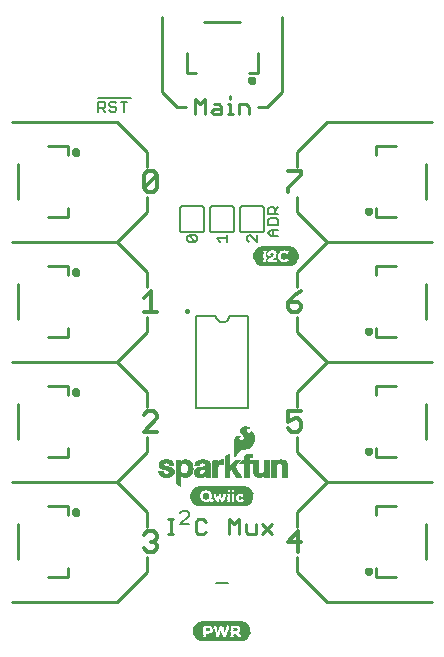
<source format=gto>
G75*
%MOIN*%
%OFA0B0*%
%FSLAX25Y25*%
%IPPOS*%
%LPD*%
%AMOC8*
5,1,8,0,0,1.08239X$1,22.5*
%
%ADD10C,0.00900*%
%ADD11C,0.01200*%
%ADD12C,0.00600*%
%ADD13C,0.01000*%
%ADD14C,0.00800*%
%ADD15C,0.01575*%
%ADD16C,0.00300*%
%ADD17C,0.01181*%
%ADD18C,0.00500*%
%ADD19R,0.14331X0.00157*%
%ADD20R,0.15276X0.00157*%
%ADD21R,0.15906X0.00157*%
%ADD22R,0.16535X0.00157*%
%ADD23R,0.16850X0.00157*%
%ADD24R,0.17165X0.00157*%
%ADD25R,0.17480X0.00157*%
%ADD26R,0.06614X0.00157*%
%ADD27R,0.04094X0.00157*%
%ADD28R,0.06772X0.00157*%
%ADD29R,0.02992X0.00157*%
%ADD30R,0.01260X0.00157*%
%ADD31R,0.01575X0.00157*%
%ADD32R,0.00630X0.00157*%
%ADD33R,0.03780X0.00157*%
%ADD34R,0.00787X0.00157*%
%ADD35R,0.00472X0.00157*%
%ADD36R,0.03465X0.00157*%
%ADD37R,0.03150X0.00157*%
%ADD38R,0.01102X0.00157*%
%ADD39R,0.03307X0.00157*%
%ADD40R,0.00315X0.00157*%
%ADD41R,0.00945X0.00157*%
%ADD42R,0.00157X0.00157*%
%ADD43R,0.03622X0.00157*%
%ADD44R,0.01732X0.00157*%
%ADD45R,0.02205X0.00157*%
%ADD46R,0.01417X0.00157*%
%ADD47R,0.02835X0.00157*%
%ADD48R,0.01890X0.00157*%
%ADD49R,0.16220X0.00157*%
%ADD50R,0.17795X0.00157*%
%ADD51R,0.18425X0.00157*%
%ADD52R,0.18740X0.00157*%
%ADD53R,0.19055X0.00157*%
%ADD54R,0.11654X0.00157*%
%ADD55R,0.05669X0.00157*%
%ADD56R,0.04252X0.00157*%
%ADD57R,0.03937X0.00157*%
%ADD58R,0.06142X0.00157*%
%ADD59R,0.05827X0.00157*%
%ADD60R,0.05984X0.00157*%
%ADD61R,0.05512X0.00157*%
%ADD62R,0.13858X0.00157*%
%ADD63R,0.13701X0.00157*%
%ADD64R,0.02047X0.00157*%
%ADD65R,0.04882X0.00157*%
%ADD66R,0.04567X0.00157*%
%ADD67R,0.19370X0.00157*%
%ADD68R,0.10236X0.00157*%
%ADD69R,0.11181X0.00157*%
%ADD70R,0.11811X0.00157*%
%ADD71R,0.12441X0.00157*%
%ADD72R,0.12756X0.00157*%
%ADD73R,0.13071X0.00157*%
%ADD74R,0.13386X0.00157*%
%ADD75R,0.05197X0.00157*%
%ADD76R,0.02520X0.00157*%
D10*
X0170368Y0092450D02*
X0172069Y0092450D01*
X0171218Y0092450D02*
X0171218Y0097554D01*
X0170368Y0097554D02*
X0172069Y0097554D01*
X0179575Y0096704D02*
X0179575Y0093301D01*
X0180426Y0092450D01*
X0182128Y0092450D01*
X0182978Y0093301D01*
X0182978Y0096704D02*
X0182128Y0097554D01*
X0180426Y0097554D01*
X0179575Y0096704D01*
X0190625Y0097554D02*
X0190625Y0092450D01*
X0194028Y0092450D02*
X0194028Y0097554D01*
X0192326Y0095853D01*
X0190625Y0097554D01*
X0196150Y0095853D02*
X0196150Y0093301D01*
X0197000Y0092450D01*
X0199553Y0092450D01*
X0199553Y0095853D01*
X0201674Y0095853D02*
X0205077Y0092450D01*
X0201674Y0092450D02*
X0205077Y0095853D01*
X0197290Y0232450D02*
X0197290Y0235002D01*
X0196439Y0235853D01*
X0193887Y0235853D01*
X0193887Y0232450D01*
X0191906Y0232450D02*
X0190204Y0232450D01*
X0191055Y0232450D02*
X0191055Y0235853D01*
X0190204Y0235853D01*
X0191055Y0237554D02*
X0191055Y0238405D01*
X0188082Y0235002D02*
X0188082Y0232450D01*
X0185530Y0232450D01*
X0184679Y0233301D01*
X0185530Y0234151D01*
X0188082Y0234151D01*
X0188082Y0235002D02*
X0187232Y0235853D01*
X0185530Y0235853D01*
X0182558Y0237554D02*
X0182558Y0232450D01*
X0179155Y0232450D02*
X0179155Y0237554D01*
X0180856Y0235853D01*
X0182558Y0237554D01*
D11*
X0165653Y0213406D02*
X0166787Y0212272D01*
X0162250Y0207734D01*
X0163384Y0206600D01*
X0165653Y0206600D01*
X0166787Y0207734D01*
X0166787Y0212272D01*
X0165653Y0213406D02*
X0163384Y0213406D01*
X0162250Y0212272D01*
X0162250Y0207734D01*
X0164519Y0173406D02*
X0162250Y0171137D01*
X0164519Y0173406D02*
X0164519Y0166600D01*
X0166787Y0166600D02*
X0162250Y0166600D01*
X0163384Y0133406D02*
X0162250Y0132272D01*
X0163384Y0133406D02*
X0165653Y0133406D01*
X0166787Y0132272D01*
X0166787Y0131137D01*
X0162250Y0126600D01*
X0166787Y0126600D01*
X0210250Y0127734D02*
X0211384Y0126600D01*
X0213653Y0126600D01*
X0214787Y0127734D01*
X0214787Y0130003D01*
X0213653Y0131137D01*
X0212519Y0131137D01*
X0210250Y0130003D01*
X0210250Y0133406D01*
X0214787Y0133406D01*
X0213653Y0166600D02*
X0214787Y0167734D01*
X0214787Y0168869D01*
X0213653Y0170003D01*
X0210250Y0170003D01*
X0210250Y0167734D01*
X0211384Y0166600D01*
X0213653Y0166600D01*
X0210250Y0170003D02*
X0212519Y0172272D01*
X0214787Y0173406D01*
X0210250Y0206600D02*
X0210250Y0207734D01*
X0214787Y0212272D01*
X0214787Y0213406D01*
X0210250Y0213406D01*
X0213653Y0093406D02*
X0210250Y0090003D01*
X0214787Y0090003D01*
X0213653Y0086600D02*
X0213653Y0093406D01*
X0166787Y0092272D02*
X0166787Y0091137D01*
X0165653Y0090003D01*
X0166787Y0088869D01*
X0166787Y0087734D01*
X0165653Y0086600D01*
X0163384Y0086600D01*
X0162250Y0087734D01*
X0164519Y0090003D02*
X0165653Y0090003D01*
X0166787Y0092272D02*
X0165653Y0093406D01*
X0163384Y0093406D01*
X0162250Y0092272D01*
D12*
X0177198Y0189955D02*
X0176631Y0190523D01*
X0176631Y0191657D01*
X0177198Y0192224D01*
X0179467Y0189955D01*
X0180034Y0190523D01*
X0180034Y0191657D01*
X0179467Y0192224D01*
X0177198Y0192224D01*
X0175334Y0193097D02*
X0181334Y0193097D01*
X0181394Y0193099D01*
X0181455Y0193104D01*
X0181514Y0193113D01*
X0181573Y0193126D01*
X0181632Y0193142D01*
X0181689Y0193162D01*
X0181744Y0193185D01*
X0181799Y0193212D01*
X0181851Y0193241D01*
X0181902Y0193274D01*
X0181951Y0193310D01*
X0181997Y0193348D01*
X0182041Y0193390D01*
X0182083Y0193434D01*
X0182121Y0193480D01*
X0182157Y0193529D01*
X0182190Y0193580D01*
X0182219Y0193632D01*
X0182246Y0193687D01*
X0182269Y0193742D01*
X0182289Y0193799D01*
X0182305Y0193858D01*
X0182318Y0193917D01*
X0182327Y0193976D01*
X0182332Y0194037D01*
X0182334Y0194097D01*
X0182334Y0200897D01*
X0182332Y0200957D01*
X0182327Y0201018D01*
X0182318Y0201077D01*
X0182305Y0201136D01*
X0182289Y0201195D01*
X0182269Y0201252D01*
X0182246Y0201307D01*
X0182219Y0201362D01*
X0182190Y0201414D01*
X0182157Y0201465D01*
X0182121Y0201514D01*
X0182083Y0201560D01*
X0182041Y0201604D01*
X0181997Y0201646D01*
X0181951Y0201684D01*
X0181902Y0201720D01*
X0181851Y0201753D01*
X0181799Y0201782D01*
X0181744Y0201809D01*
X0181689Y0201832D01*
X0181632Y0201852D01*
X0181573Y0201868D01*
X0181514Y0201881D01*
X0181455Y0201890D01*
X0181394Y0201895D01*
X0181334Y0201897D01*
X0175334Y0201897D01*
X0175274Y0201895D01*
X0175213Y0201890D01*
X0175154Y0201881D01*
X0175095Y0201868D01*
X0175036Y0201852D01*
X0174979Y0201832D01*
X0174924Y0201809D01*
X0174869Y0201782D01*
X0174817Y0201753D01*
X0174766Y0201720D01*
X0174717Y0201684D01*
X0174671Y0201646D01*
X0174627Y0201604D01*
X0174585Y0201560D01*
X0174547Y0201514D01*
X0174511Y0201465D01*
X0174478Y0201414D01*
X0174449Y0201362D01*
X0174422Y0201307D01*
X0174399Y0201252D01*
X0174379Y0201195D01*
X0174363Y0201136D01*
X0174350Y0201077D01*
X0174341Y0201018D01*
X0174336Y0200957D01*
X0174334Y0200897D01*
X0174334Y0194097D01*
X0174336Y0194037D01*
X0174341Y0193976D01*
X0174350Y0193917D01*
X0174363Y0193858D01*
X0174379Y0193799D01*
X0174399Y0193742D01*
X0174422Y0193687D01*
X0174449Y0193632D01*
X0174478Y0193580D01*
X0174511Y0193529D01*
X0174547Y0193480D01*
X0174585Y0193434D01*
X0174627Y0193390D01*
X0174671Y0193348D01*
X0174717Y0193310D01*
X0174766Y0193274D01*
X0174817Y0193241D01*
X0174869Y0193212D01*
X0174924Y0193185D01*
X0174979Y0193162D01*
X0175036Y0193142D01*
X0175095Y0193126D01*
X0175154Y0193113D01*
X0175213Y0193104D01*
X0175274Y0193099D01*
X0175334Y0193097D01*
X0177198Y0189955D02*
X0179467Y0189955D01*
X0184334Y0194097D02*
X0184334Y0200897D01*
X0184336Y0200957D01*
X0184341Y0201018D01*
X0184350Y0201077D01*
X0184363Y0201136D01*
X0184379Y0201195D01*
X0184399Y0201252D01*
X0184422Y0201307D01*
X0184449Y0201362D01*
X0184478Y0201414D01*
X0184511Y0201465D01*
X0184547Y0201514D01*
X0184585Y0201560D01*
X0184627Y0201604D01*
X0184671Y0201646D01*
X0184717Y0201684D01*
X0184766Y0201720D01*
X0184817Y0201753D01*
X0184869Y0201782D01*
X0184924Y0201809D01*
X0184979Y0201832D01*
X0185036Y0201852D01*
X0185095Y0201868D01*
X0185154Y0201881D01*
X0185213Y0201890D01*
X0185274Y0201895D01*
X0185334Y0201897D01*
X0191334Y0201897D01*
X0191394Y0201895D01*
X0191455Y0201890D01*
X0191514Y0201881D01*
X0191573Y0201868D01*
X0191632Y0201852D01*
X0191689Y0201832D01*
X0191744Y0201809D01*
X0191799Y0201782D01*
X0191851Y0201753D01*
X0191902Y0201720D01*
X0191951Y0201684D01*
X0191997Y0201646D01*
X0192041Y0201604D01*
X0192083Y0201560D01*
X0192121Y0201514D01*
X0192157Y0201465D01*
X0192190Y0201414D01*
X0192219Y0201362D01*
X0192246Y0201307D01*
X0192269Y0201252D01*
X0192289Y0201195D01*
X0192305Y0201136D01*
X0192318Y0201077D01*
X0192327Y0201018D01*
X0192332Y0200957D01*
X0192334Y0200897D01*
X0192334Y0194097D01*
X0192332Y0194037D01*
X0192327Y0193976D01*
X0192318Y0193917D01*
X0192305Y0193858D01*
X0192289Y0193799D01*
X0192269Y0193742D01*
X0192246Y0193687D01*
X0192219Y0193632D01*
X0192190Y0193580D01*
X0192157Y0193529D01*
X0192121Y0193480D01*
X0192083Y0193434D01*
X0192041Y0193390D01*
X0191997Y0193348D01*
X0191951Y0193310D01*
X0191902Y0193274D01*
X0191851Y0193241D01*
X0191799Y0193212D01*
X0191744Y0193185D01*
X0191689Y0193162D01*
X0191632Y0193142D01*
X0191573Y0193126D01*
X0191514Y0193113D01*
X0191455Y0193104D01*
X0191394Y0193099D01*
X0191334Y0193097D01*
X0185334Y0193097D01*
X0185274Y0193099D01*
X0185213Y0193104D01*
X0185154Y0193113D01*
X0185095Y0193126D01*
X0185036Y0193142D01*
X0184979Y0193162D01*
X0184924Y0193185D01*
X0184869Y0193212D01*
X0184817Y0193241D01*
X0184766Y0193274D01*
X0184717Y0193310D01*
X0184671Y0193348D01*
X0184627Y0193390D01*
X0184585Y0193434D01*
X0184547Y0193480D01*
X0184511Y0193529D01*
X0184478Y0193580D01*
X0184449Y0193632D01*
X0184422Y0193687D01*
X0184399Y0193742D01*
X0184379Y0193799D01*
X0184363Y0193858D01*
X0184350Y0193917D01*
X0184341Y0193976D01*
X0184336Y0194037D01*
X0184334Y0194097D01*
X0186631Y0191090D02*
X0190034Y0191090D01*
X0190034Y0192224D02*
X0190034Y0189955D01*
X0187765Y0189955D02*
X0186631Y0191090D01*
X0194334Y0194097D02*
X0194334Y0200897D01*
X0194336Y0200957D01*
X0194341Y0201018D01*
X0194350Y0201077D01*
X0194363Y0201136D01*
X0194379Y0201195D01*
X0194399Y0201252D01*
X0194422Y0201307D01*
X0194449Y0201362D01*
X0194478Y0201414D01*
X0194511Y0201465D01*
X0194547Y0201514D01*
X0194585Y0201560D01*
X0194627Y0201604D01*
X0194671Y0201646D01*
X0194717Y0201684D01*
X0194766Y0201720D01*
X0194817Y0201753D01*
X0194869Y0201782D01*
X0194924Y0201809D01*
X0194979Y0201832D01*
X0195036Y0201852D01*
X0195095Y0201868D01*
X0195154Y0201881D01*
X0195213Y0201890D01*
X0195274Y0201895D01*
X0195334Y0201897D01*
X0201334Y0201897D01*
X0201394Y0201895D01*
X0201455Y0201890D01*
X0201514Y0201881D01*
X0201573Y0201868D01*
X0201632Y0201852D01*
X0201689Y0201832D01*
X0201744Y0201809D01*
X0201799Y0201782D01*
X0201851Y0201753D01*
X0201902Y0201720D01*
X0201951Y0201684D01*
X0201997Y0201646D01*
X0202041Y0201604D01*
X0202083Y0201560D01*
X0202121Y0201514D01*
X0202157Y0201465D01*
X0202190Y0201414D01*
X0202219Y0201362D01*
X0202246Y0201307D01*
X0202269Y0201252D01*
X0202289Y0201195D01*
X0202305Y0201136D01*
X0202318Y0201077D01*
X0202327Y0201018D01*
X0202332Y0200957D01*
X0202334Y0200897D01*
X0202334Y0194097D01*
X0202332Y0194037D01*
X0202327Y0193976D01*
X0202318Y0193917D01*
X0202305Y0193858D01*
X0202289Y0193799D01*
X0202269Y0193742D01*
X0202246Y0193687D01*
X0202219Y0193632D01*
X0202190Y0193580D01*
X0202157Y0193529D01*
X0202121Y0193480D01*
X0202083Y0193434D01*
X0202041Y0193390D01*
X0201997Y0193348D01*
X0201951Y0193310D01*
X0201902Y0193274D01*
X0201851Y0193241D01*
X0201799Y0193212D01*
X0201744Y0193185D01*
X0201689Y0193162D01*
X0201632Y0193142D01*
X0201573Y0193126D01*
X0201514Y0193113D01*
X0201455Y0193104D01*
X0201394Y0193099D01*
X0201334Y0193097D01*
X0195334Y0193097D01*
X0195274Y0193099D01*
X0195213Y0193104D01*
X0195154Y0193113D01*
X0195095Y0193126D01*
X0195036Y0193142D01*
X0194979Y0193162D01*
X0194924Y0193185D01*
X0194869Y0193212D01*
X0194817Y0193241D01*
X0194766Y0193274D01*
X0194717Y0193310D01*
X0194671Y0193348D01*
X0194627Y0193390D01*
X0194585Y0193434D01*
X0194547Y0193480D01*
X0194511Y0193529D01*
X0194478Y0193580D01*
X0194449Y0193632D01*
X0194422Y0193687D01*
X0194399Y0193742D01*
X0194379Y0193799D01*
X0194363Y0193858D01*
X0194350Y0193917D01*
X0194341Y0193976D01*
X0194336Y0194037D01*
X0194334Y0194097D01*
X0196631Y0191657D02*
X0196631Y0190523D01*
X0197198Y0189955D01*
X0196631Y0191657D02*
X0197198Y0192224D01*
X0197765Y0192224D01*
X0200034Y0189955D01*
X0200034Y0192224D01*
X0203631Y0192907D02*
X0204765Y0194041D01*
X0207034Y0194041D01*
X0207034Y0195455D02*
X0207034Y0197157D01*
X0206467Y0197724D01*
X0204198Y0197724D01*
X0203631Y0197157D01*
X0203631Y0195455D01*
X0207034Y0195455D01*
X0205332Y0194041D02*
X0205332Y0191772D01*
X0204765Y0191772D02*
X0203631Y0192907D01*
X0204765Y0191772D02*
X0207034Y0191772D01*
X0207034Y0199138D02*
X0203631Y0199138D01*
X0203631Y0200840D01*
X0204198Y0201407D01*
X0205332Y0201407D01*
X0205899Y0200840D01*
X0205899Y0199138D01*
X0205899Y0200273D02*
X0207034Y0201407D01*
X0155609Y0233300D02*
X0155609Y0236703D01*
X0154475Y0236703D02*
X0156744Y0236703D01*
X0157858Y0237900D02*
X0146809Y0237900D01*
X0147109Y0236703D02*
X0148810Y0236703D01*
X0149377Y0236136D01*
X0149377Y0235001D01*
X0148810Y0234434D01*
X0147109Y0234434D01*
X0148243Y0234434D02*
X0149377Y0233300D01*
X0150792Y0233867D02*
X0151359Y0233300D01*
X0152493Y0233300D01*
X0153060Y0233867D01*
X0153060Y0234434D01*
X0152493Y0235001D01*
X0151359Y0235001D01*
X0150792Y0235569D01*
X0150792Y0236136D01*
X0151359Y0236703D01*
X0152493Y0236703D01*
X0153060Y0236136D01*
X0147109Y0236703D02*
X0147109Y0233300D01*
D13*
X0153333Y0070000D02*
X0118333Y0070000D01*
X0130460Y0078186D02*
X0136956Y0078186D01*
X0136956Y0081139D01*
X0120224Y0084091D02*
X0120224Y0095902D01*
X0130460Y0101808D02*
X0136956Y0101808D01*
X0136956Y0098855D01*
X0153333Y0110000D02*
X0118333Y0110000D01*
X0130460Y0118186D02*
X0136956Y0118186D01*
X0136956Y0121139D01*
X0120224Y0124091D02*
X0120224Y0135902D01*
X0130460Y0141808D02*
X0136956Y0141808D01*
X0136956Y0138855D01*
X0153333Y0150000D02*
X0118333Y0150000D01*
X0130460Y0158186D02*
X0136956Y0158186D01*
X0136956Y0161139D01*
X0120224Y0164091D02*
X0120224Y0175902D01*
X0130460Y0181808D02*
X0136956Y0181808D01*
X0136956Y0178855D01*
X0153333Y0190000D02*
X0118333Y0190000D01*
X0130460Y0198186D02*
X0136956Y0198186D01*
X0136956Y0201139D01*
X0120224Y0204091D02*
X0120224Y0215902D01*
X0130460Y0221808D02*
X0136956Y0221808D01*
X0136956Y0218855D01*
X0153333Y0230000D02*
X0118333Y0230000D01*
X0153333Y0230000D02*
X0163333Y0220000D01*
X0163333Y0215000D01*
X0163333Y0205000D02*
X0163333Y0200000D01*
X0153333Y0190000D01*
X0163333Y0180000D01*
X0163333Y0175000D01*
X0163333Y0165000D02*
X0163333Y0160000D01*
X0153333Y0150000D01*
X0163333Y0140000D01*
X0163333Y0135000D01*
X0163333Y0125000D02*
X0163333Y0120000D01*
X0153333Y0110000D01*
X0163333Y0100000D01*
X0163333Y0095000D01*
X0163333Y0085000D02*
X0163333Y0080000D01*
X0153333Y0070000D01*
X0213333Y0080000D02*
X0223333Y0070000D01*
X0258333Y0070000D01*
X0246204Y0078189D02*
X0239708Y0078189D01*
X0239708Y0081141D01*
X0256440Y0084094D02*
X0256440Y0095905D01*
X0246204Y0101811D02*
X0239708Y0101811D01*
X0239708Y0098858D01*
X0223333Y0110000D02*
X0213333Y0100000D01*
X0213333Y0095000D01*
X0213333Y0085000D02*
X0213333Y0080000D01*
X0223333Y0110000D02*
X0258333Y0110000D01*
X0246204Y0118189D02*
X0239708Y0118189D01*
X0239708Y0121141D01*
X0256440Y0124094D02*
X0256440Y0135905D01*
X0246204Y0141811D02*
X0239708Y0141811D01*
X0239708Y0138858D01*
X0223333Y0150000D02*
X0213333Y0140000D01*
X0213333Y0135000D01*
X0213333Y0125000D02*
X0213333Y0120000D01*
X0223333Y0110000D01*
X0223333Y0150000D02*
X0258333Y0150000D01*
X0246204Y0158189D02*
X0239708Y0158189D01*
X0239708Y0161141D01*
X0256440Y0164094D02*
X0256440Y0175905D01*
X0246204Y0181811D02*
X0239708Y0181811D01*
X0239708Y0178858D01*
X0223333Y0190000D02*
X0213333Y0180000D01*
X0213333Y0175000D01*
X0213333Y0165000D02*
X0213333Y0160000D01*
X0223333Y0150000D01*
X0223333Y0190000D02*
X0258333Y0190000D01*
X0246204Y0198189D02*
X0239708Y0198189D01*
X0239708Y0201141D01*
X0256440Y0204094D02*
X0256440Y0215905D01*
X0246204Y0221811D02*
X0239708Y0221811D01*
X0239708Y0218858D01*
X0223333Y0230000D02*
X0258333Y0230000D01*
X0223333Y0230000D02*
X0213333Y0220000D01*
X0213333Y0215000D01*
X0213333Y0205000D02*
X0213333Y0200000D01*
X0223333Y0190000D01*
X0203333Y0235000D02*
X0200333Y0235000D01*
X0203333Y0235000D02*
X0208333Y0240000D01*
X0208333Y0265000D01*
X0194239Y0263110D02*
X0182428Y0263110D01*
X0176522Y0252874D02*
X0176522Y0246378D01*
X0179475Y0246378D01*
X0168333Y0240000D02*
X0168333Y0265000D01*
X0197192Y0246378D02*
X0200144Y0246378D01*
X0200144Y0252874D01*
X0176333Y0235000D02*
X0173333Y0235000D01*
X0168333Y0240000D01*
D14*
X0179672Y0165351D02*
X0179672Y0134643D01*
X0196995Y0134643D01*
X0196995Y0165351D01*
X0190696Y0165351D01*
X0190694Y0165259D01*
X0190688Y0165167D01*
X0190678Y0165076D01*
X0190665Y0164985D01*
X0190647Y0164895D01*
X0190626Y0164805D01*
X0190601Y0164717D01*
X0190572Y0164630D01*
X0190540Y0164544D01*
X0190504Y0164459D01*
X0190464Y0164376D01*
X0190421Y0164295D01*
X0190375Y0164216D01*
X0190325Y0164139D01*
X0190272Y0164064D01*
X0190215Y0163991D01*
X0190156Y0163921D01*
X0190094Y0163853D01*
X0190029Y0163788D01*
X0189961Y0163726D01*
X0189891Y0163667D01*
X0189818Y0163610D01*
X0189743Y0163557D01*
X0189666Y0163507D01*
X0189587Y0163461D01*
X0189506Y0163418D01*
X0189423Y0163378D01*
X0189338Y0163342D01*
X0189252Y0163310D01*
X0189165Y0163281D01*
X0189077Y0163256D01*
X0188987Y0163235D01*
X0188897Y0163217D01*
X0188806Y0163204D01*
X0188715Y0163194D01*
X0188623Y0163188D01*
X0188531Y0163186D01*
X0188439Y0163188D01*
X0188347Y0163194D01*
X0188256Y0163204D01*
X0188165Y0163217D01*
X0188075Y0163235D01*
X0187985Y0163256D01*
X0187897Y0163281D01*
X0187810Y0163310D01*
X0187724Y0163342D01*
X0187639Y0163378D01*
X0187556Y0163418D01*
X0187475Y0163461D01*
X0187396Y0163507D01*
X0187319Y0163557D01*
X0187244Y0163610D01*
X0187171Y0163667D01*
X0187101Y0163726D01*
X0187033Y0163788D01*
X0186968Y0163853D01*
X0186906Y0163921D01*
X0186847Y0163991D01*
X0186790Y0164064D01*
X0186737Y0164139D01*
X0186687Y0164216D01*
X0186641Y0164295D01*
X0186598Y0164376D01*
X0186558Y0164459D01*
X0186522Y0164544D01*
X0186490Y0164630D01*
X0186461Y0164717D01*
X0186436Y0164805D01*
X0186415Y0164895D01*
X0186397Y0164985D01*
X0186384Y0165076D01*
X0186374Y0165167D01*
X0186368Y0165259D01*
X0186366Y0165351D01*
X0186365Y0165351D02*
X0179672Y0165351D01*
X0176533Y0100104D02*
X0175132Y0100104D01*
X0174431Y0099403D01*
X0176533Y0100104D02*
X0177234Y0099403D01*
X0177234Y0098702D01*
X0174431Y0095900D01*
X0177234Y0095900D01*
D15*
X0138958Y0099839D02*
X0138960Y0099886D01*
X0138966Y0099932D01*
X0138975Y0099978D01*
X0138989Y0100022D01*
X0139006Y0100066D01*
X0139027Y0100107D01*
X0139051Y0100147D01*
X0139078Y0100185D01*
X0139109Y0100220D01*
X0139142Y0100253D01*
X0139178Y0100283D01*
X0139217Y0100309D01*
X0139257Y0100333D01*
X0139299Y0100352D01*
X0139343Y0100369D01*
X0139388Y0100381D01*
X0139434Y0100390D01*
X0139480Y0100395D01*
X0139527Y0100396D01*
X0139573Y0100393D01*
X0139619Y0100386D01*
X0139665Y0100375D01*
X0139709Y0100361D01*
X0139752Y0100343D01*
X0139793Y0100321D01*
X0139833Y0100296D01*
X0139870Y0100268D01*
X0139905Y0100237D01*
X0139937Y0100203D01*
X0139966Y0100166D01*
X0139991Y0100128D01*
X0140014Y0100087D01*
X0140033Y0100044D01*
X0140048Y0100000D01*
X0140060Y0099955D01*
X0140068Y0099909D01*
X0140072Y0099862D01*
X0140072Y0099816D01*
X0140068Y0099769D01*
X0140060Y0099723D01*
X0140048Y0099678D01*
X0140033Y0099634D01*
X0140014Y0099591D01*
X0139991Y0099550D01*
X0139966Y0099512D01*
X0139937Y0099475D01*
X0139905Y0099441D01*
X0139870Y0099410D01*
X0139833Y0099382D01*
X0139794Y0099357D01*
X0139752Y0099335D01*
X0139709Y0099317D01*
X0139665Y0099303D01*
X0139619Y0099292D01*
X0139573Y0099285D01*
X0139527Y0099282D01*
X0139480Y0099283D01*
X0139434Y0099288D01*
X0139388Y0099297D01*
X0139343Y0099309D01*
X0139299Y0099326D01*
X0139257Y0099345D01*
X0139217Y0099369D01*
X0139178Y0099395D01*
X0139142Y0099425D01*
X0139109Y0099458D01*
X0139078Y0099493D01*
X0139051Y0099531D01*
X0139027Y0099571D01*
X0139006Y0099612D01*
X0138989Y0099656D01*
X0138975Y0099700D01*
X0138966Y0099746D01*
X0138960Y0099792D01*
X0138958Y0099839D01*
X0138958Y0139839D02*
X0138960Y0139886D01*
X0138966Y0139932D01*
X0138975Y0139978D01*
X0138989Y0140022D01*
X0139006Y0140066D01*
X0139027Y0140107D01*
X0139051Y0140147D01*
X0139078Y0140185D01*
X0139109Y0140220D01*
X0139142Y0140253D01*
X0139178Y0140283D01*
X0139217Y0140309D01*
X0139257Y0140333D01*
X0139299Y0140352D01*
X0139343Y0140369D01*
X0139388Y0140381D01*
X0139434Y0140390D01*
X0139480Y0140395D01*
X0139527Y0140396D01*
X0139573Y0140393D01*
X0139619Y0140386D01*
X0139665Y0140375D01*
X0139709Y0140361D01*
X0139752Y0140343D01*
X0139793Y0140321D01*
X0139833Y0140296D01*
X0139870Y0140268D01*
X0139905Y0140237D01*
X0139937Y0140203D01*
X0139966Y0140166D01*
X0139991Y0140128D01*
X0140014Y0140087D01*
X0140033Y0140044D01*
X0140048Y0140000D01*
X0140060Y0139955D01*
X0140068Y0139909D01*
X0140072Y0139862D01*
X0140072Y0139816D01*
X0140068Y0139769D01*
X0140060Y0139723D01*
X0140048Y0139678D01*
X0140033Y0139634D01*
X0140014Y0139591D01*
X0139991Y0139550D01*
X0139966Y0139512D01*
X0139937Y0139475D01*
X0139905Y0139441D01*
X0139870Y0139410D01*
X0139833Y0139382D01*
X0139794Y0139357D01*
X0139752Y0139335D01*
X0139709Y0139317D01*
X0139665Y0139303D01*
X0139619Y0139292D01*
X0139573Y0139285D01*
X0139527Y0139282D01*
X0139480Y0139283D01*
X0139434Y0139288D01*
X0139388Y0139297D01*
X0139343Y0139309D01*
X0139299Y0139326D01*
X0139257Y0139345D01*
X0139217Y0139369D01*
X0139178Y0139395D01*
X0139142Y0139425D01*
X0139109Y0139458D01*
X0139078Y0139493D01*
X0139051Y0139531D01*
X0139027Y0139571D01*
X0139006Y0139612D01*
X0138989Y0139656D01*
X0138975Y0139700D01*
X0138966Y0139746D01*
X0138960Y0139792D01*
X0138958Y0139839D01*
X0138958Y0179839D02*
X0138960Y0179886D01*
X0138966Y0179932D01*
X0138975Y0179978D01*
X0138989Y0180022D01*
X0139006Y0180066D01*
X0139027Y0180107D01*
X0139051Y0180147D01*
X0139078Y0180185D01*
X0139109Y0180220D01*
X0139142Y0180253D01*
X0139178Y0180283D01*
X0139217Y0180309D01*
X0139257Y0180333D01*
X0139299Y0180352D01*
X0139343Y0180369D01*
X0139388Y0180381D01*
X0139434Y0180390D01*
X0139480Y0180395D01*
X0139527Y0180396D01*
X0139573Y0180393D01*
X0139619Y0180386D01*
X0139665Y0180375D01*
X0139709Y0180361D01*
X0139752Y0180343D01*
X0139793Y0180321D01*
X0139833Y0180296D01*
X0139870Y0180268D01*
X0139905Y0180237D01*
X0139937Y0180203D01*
X0139966Y0180166D01*
X0139991Y0180128D01*
X0140014Y0180087D01*
X0140033Y0180044D01*
X0140048Y0180000D01*
X0140060Y0179955D01*
X0140068Y0179909D01*
X0140072Y0179862D01*
X0140072Y0179816D01*
X0140068Y0179769D01*
X0140060Y0179723D01*
X0140048Y0179678D01*
X0140033Y0179634D01*
X0140014Y0179591D01*
X0139991Y0179550D01*
X0139966Y0179512D01*
X0139937Y0179475D01*
X0139905Y0179441D01*
X0139870Y0179410D01*
X0139833Y0179382D01*
X0139794Y0179357D01*
X0139752Y0179335D01*
X0139709Y0179317D01*
X0139665Y0179303D01*
X0139619Y0179292D01*
X0139573Y0179285D01*
X0139527Y0179282D01*
X0139480Y0179283D01*
X0139434Y0179288D01*
X0139388Y0179297D01*
X0139343Y0179309D01*
X0139299Y0179326D01*
X0139257Y0179345D01*
X0139217Y0179369D01*
X0139178Y0179395D01*
X0139142Y0179425D01*
X0139109Y0179458D01*
X0139078Y0179493D01*
X0139051Y0179531D01*
X0139027Y0179571D01*
X0139006Y0179612D01*
X0138989Y0179656D01*
X0138975Y0179700D01*
X0138966Y0179746D01*
X0138960Y0179792D01*
X0138958Y0179839D01*
X0138958Y0219839D02*
X0138960Y0219886D01*
X0138966Y0219932D01*
X0138975Y0219978D01*
X0138989Y0220022D01*
X0139006Y0220066D01*
X0139027Y0220107D01*
X0139051Y0220147D01*
X0139078Y0220185D01*
X0139109Y0220220D01*
X0139142Y0220253D01*
X0139178Y0220283D01*
X0139217Y0220309D01*
X0139257Y0220333D01*
X0139299Y0220352D01*
X0139343Y0220369D01*
X0139388Y0220381D01*
X0139434Y0220390D01*
X0139480Y0220395D01*
X0139527Y0220396D01*
X0139573Y0220393D01*
X0139619Y0220386D01*
X0139665Y0220375D01*
X0139709Y0220361D01*
X0139752Y0220343D01*
X0139793Y0220321D01*
X0139833Y0220296D01*
X0139870Y0220268D01*
X0139905Y0220237D01*
X0139937Y0220203D01*
X0139966Y0220166D01*
X0139991Y0220128D01*
X0140014Y0220087D01*
X0140033Y0220044D01*
X0140048Y0220000D01*
X0140060Y0219955D01*
X0140068Y0219909D01*
X0140072Y0219862D01*
X0140072Y0219816D01*
X0140068Y0219769D01*
X0140060Y0219723D01*
X0140048Y0219678D01*
X0140033Y0219634D01*
X0140014Y0219591D01*
X0139991Y0219550D01*
X0139966Y0219512D01*
X0139937Y0219475D01*
X0139905Y0219441D01*
X0139870Y0219410D01*
X0139833Y0219382D01*
X0139794Y0219357D01*
X0139752Y0219335D01*
X0139709Y0219317D01*
X0139665Y0219303D01*
X0139619Y0219292D01*
X0139573Y0219285D01*
X0139527Y0219282D01*
X0139480Y0219283D01*
X0139434Y0219288D01*
X0139388Y0219297D01*
X0139343Y0219309D01*
X0139299Y0219326D01*
X0139257Y0219345D01*
X0139217Y0219369D01*
X0139178Y0219395D01*
X0139142Y0219425D01*
X0139109Y0219458D01*
X0139078Y0219493D01*
X0139051Y0219531D01*
X0139027Y0219571D01*
X0139006Y0219612D01*
X0138989Y0219656D01*
X0138975Y0219700D01*
X0138966Y0219746D01*
X0138960Y0219792D01*
X0138958Y0219839D01*
X0197619Y0243819D02*
X0197621Y0243866D01*
X0197627Y0243912D01*
X0197636Y0243958D01*
X0197650Y0244002D01*
X0197667Y0244046D01*
X0197688Y0244087D01*
X0197712Y0244127D01*
X0197739Y0244165D01*
X0197770Y0244200D01*
X0197803Y0244233D01*
X0197839Y0244263D01*
X0197878Y0244289D01*
X0197918Y0244313D01*
X0197960Y0244332D01*
X0198004Y0244349D01*
X0198049Y0244361D01*
X0198095Y0244370D01*
X0198141Y0244375D01*
X0198188Y0244376D01*
X0198234Y0244373D01*
X0198280Y0244366D01*
X0198326Y0244355D01*
X0198370Y0244341D01*
X0198413Y0244323D01*
X0198454Y0244301D01*
X0198494Y0244276D01*
X0198531Y0244248D01*
X0198566Y0244217D01*
X0198598Y0244183D01*
X0198627Y0244146D01*
X0198652Y0244108D01*
X0198675Y0244067D01*
X0198694Y0244024D01*
X0198709Y0243980D01*
X0198721Y0243935D01*
X0198729Y0243889D01*
X0198733Y0243842D01*
X0198733Y0243796D01*
X0198729Y0243749D01*
X0198721Y0243703D01*
X0198709Y0243658D01*
X0198694Y0243614D01*
X0198675Y0243571D01*
X0198652Y0243530D01*
X0198627Y0243492D01*
X0198598Y0243455D01*
X0198566Y0243421D01*
X0198531Y0243390D01*
X0198494Y0243362D01*
X0198455Y0243337D01*
X0198413Y0243315D01*
X0198370Y0243297D01*
X0198326Y0243283D01*
X0198280Y0243272D01*
X0198234Y0243265D01*
X0198188Y0243262D01*
X0198141Y0243263D01*
X0198095Y0243268D01*
X0198049Y0243277D01*
X0198004Y0243289D01*
X0197960Y0243306D01*
X0197918Y0243325D01*
X0197878Y0243349D01*
X0197839Y0243375D01*
X0197803Y0243405D01*
X0197770Y0243438D01*
X0197739Y0243473D01*
X0197712Y0243511D01*
X0197688Y0243551D01*
X0197667Y0243592D01*
X0197650Y0243636D01*
X0197636Y0243680D01*
X0197627Y0243726D01*
X0197621Y0243772D01*
X0197619Y0243819D01*
X0236592Y0200157D02*
X0236594Y0200204D01*
X0236600Y0200250D01*
X0236609Y0200296D01*
X0236623Y0200340D01*
X0236640Y0200384D01*
X0236661Y0200425D01*
X0236685Y0200465D01*
X0236712Y0200503D01*
X0236743Y0200538D01*
X0236776Y0200571D01*
X0236812Y0200601D01*
X0236851Y0200627D01*
X0236891Y0200651D01*
X0236933Y0200670D01*
X0236977Y0200687D01*
X0237022Y0200699D01*
X0237068Y0200708D01*
X0237114Y0200713D01*
X0237161Y0200714D01*
X0237207Y0200711D01*
X0237253Y0200704D01*
X0237299Y0200693D01*
X0237343Y0200679D01*
X0237386Y0200661D01*
X0237427Y0200639D01*
X0237467Y0200614D01*
X0237504Y0200586D01*
X0237539Y0200555D01*
X0237571Y0200521D01*
X0237600Y0200484D01*
X0237625Y0200446D01*
X0237648Y0200405D01*
X0237667Y0200362D01*
X0237682Y0200318D01*
X0237694Y0200273D01*
X0237702Y0200227D01*
X0237706Y0200180D01*
X0237706Y0200134D01*
X0237702Y0200087D01*
X0237694Y0200041D01*
X0237682Y0199996D01*
X0237667Y0199952D01*
X0237648Y0199909D01*
X0237625Y0199868D01*
X0237600Y0199830D01*
X0237571Y0199793D01*
X0237539Y0199759D01*
X0237504Y0199728D01*
X0237467Y0199700D01*
X0237428Y0199675D01*
X0237386Y0199653D01*
X0237343Y0199635D01*
X0237299Y0199621D01*
X0237253Y0199610D01*
X0237207Y0199603D01*
X0237161Y0199600D01*
X0237114Y0199601D01*
X0237068Y0199606D01*
X0237022Y0199615D01*
X0236977Y0199627D01*
X0236933Y0199644D01*
X0236891Y0199663D01*
X0236851Y0199687D01*
X0236812Y0199713D01*
X0236776Y0199743D01*
X0236743Y0199776D01*
X0236712Y0199811D01*
X0236685Y0199849D01*
X0236661Y0199889D01*
X0236640Y0199930D01*
X0236623Y0199974D01*
X0236609Y0200018D01*
X0236600Y0200064D01*
X0236594Y0200110D01*
X0236592Y0200157D01*
X0236592Y0160157D02*
X0236594Y0160204D01*
X0236600Y0160250D01*
X0236609Y0160296D01*
X0236623Y0160340D01*
X0236640Y0160384D01*
X0236661Y0160425D01*
X0236685Y0160465D01*
X0236712Y0160503D01*
X0236743Y0160538D01*
X0236776Y0160571D01*
X0236812Y0160601D01*
X0236851Y0160627D01*
X0236891Y0160651D01*
X0236933Y0160670D01*
X0236977Y0160687D01*
X0237022Y0160699D01*
X0237068Y0160708D01*
X0237114Y0160713D01*
X0237161Y0160714D01*
X0237207Y0160711D01*
X0237253Y0160704D01*
X0237299Y0160693D01*
X0237343Y0160679D01*
X0237386Y0160661D01*
X0237427Y0160639D01*
X0237467Y0160614D01*
X0237504Y0160586D01*
X0237539Y0160555D01*
X0237571Y0160521D01*
X0237600Y0160484D01*
X0237625Y0160446D01*
X0237648Y0160405D01*
X0237667Y0160362D01*
X0237682Y0160318D01*
X0237694Y0160273D01*
X0237702Y0160227D01*
X0237706Y0160180D01*
X0237706Y0160134D01*
X0237702Y0160087D01*
X0237694Y0160041D01*
X0237682Y0159996D01*
X0237667Y0159952D01*
X0237648Y0159909D01*
X0237625Y0159868D01*
X0237600Y0159830D01*
X0237571Y0159793D01*
X0237539Y0159759D01*
X0237504Y0159728D01*
X0237467Y0159700D01*
X0237428Y0159675D01*
X0237386Y0159653D01*
X0237343Y0159635D01*
X0237299Y0159621D01*
X0237253Y0159610D01*
X0237207Y0159603D01*
X0237161Y0159600D01*
X0237114Y0159601D01*
X0237068Y0159606D01*
X0237022Y0159615D01*
X0236977Y0159627D01*
X0236933Y0159644D01*
X0236891Y0159663D01*
X0236851Y0159687D01*
X0236812Y0159713D01*
X0236776Y0159743D01*
X0236743Y0159776D01*
X0236712Y0159811D01*
X0236685Y0159849D01*
X0236661Y0159889D01*
X0236640Y0159930D01*
X0236623Y0159974D01*
X0236609Y0160018D01*
X0236600Y0160064D01*
X0236594Y0160110D01*
X0236592Y0160157D01*
X0236592Y0120157D02*
X0236594Y0120204D01*
X0236600Y0120250D01*
X0236609Y0120296D01*
X0236623Y0120340D01*
X0236640Y0120384D01*
X0236661Y0120425D01*
X0236685Y0120465D01*
X0236712Y0120503D01*
X0236743Y0120538D01*
X0236776Y0120571D01*
X0236812Y0120601D01*
X0236851Y0120627D01*
X0236891Y0120651D01*
X0236933Y0120670D01*
X0236977Y0120687D01*
X0237022Y0120699D01*
X0237068Y0120708D01*
X0237114Y0120713D01*
X0237161Y0120714D01*
X0237207Y0120711D01*
X0237253Y0120704D01*
X0237299Y0120693D01*
X0237343Y0120679D01*
X0237386Y0120661D01*
X0237427Y0120639D01*
X0237467Y0120614D01*
X0237504Y0120586D01*
X0237539Y0120555D01*
X0237571Y0120521D01*
X0237600Y0120484D01*
X0237625Y0120446D01*
X0237648Y0120405D01*
X0237667Y0120362D01*
X0237682Y0120318D01*
X0237694Y0120273D01*
X0237702Y0120227D01*
X0237706Y0120180D01*
X0237706Y0120134D01*
X0237702Y0120087D01*
X0237694Y0120041D01*
X0237682Y0119996D01*
X0237667Y0119952D01*
X0237648Y0119909D01*
X0237625Y0119868D01*
X0237600Y0119830D01*
X0237571Y0119793D01*
X0237539Y0119759D01*
X0237504Y0119728D01*
X0237467Y0119700D01*
X0237428Y0119675D01*
X0237386Y0119653D01*
X0237343Y0119635D01*
X0237299Y0119621D01*
X0237253Y0119610D01*
X0237207Y0119603D01*
X0237161Y0119600D01*
X0237114Y0119601D01*
X0237068Y0119606D01*
X0237022Y0119615D01*
X0236977Y0119627D01*
X0236933Y0119644D01*
X0236891Y0119663D01*
X0236851Y0119687D01*
X0236812Y0119713D01*
X0236776Y0119743D01*
X0236743Y0119776D01*
X0236712Y0119811D01*
X0236685Y0119849D01*
X0236661Y0119889D01*
X0236640Y0119930D01*
X0236623Y0119974D01*
X0236609Y0120018D01*
X0236600Y0120064D01*
X0236594Y0120110D01*
X0236592Y0120157D01*
X0236592Y0080157D02*
X0236594Y0080204D01*
X0236600Y0080250D01*
X0236609Y0080296D01*
X0236623Y0080340D01*
X0236640Y0080384D01*
X0236661Y0080425D01*
X0236685Y0080465D01*
X0236712Y0080503D01*
X0236743Y0080538D01*
X0236776Y0080571D01*
X0236812Y0080601D01*
X0236851Y0080627D01*
X0236891Y0080651D01*
X0236933Y0080670D01*
X0236977Y0080687D01*
X0237022Y0080699D01*
X0237068Y0080708D01*
X0237114Y0080713D01*
X0237161Y0080714D01*
X0237207Y0080711D01*
X0237253Y0080704D01*
X0237299Y0080693D01*
X0237343Y0080679D01*
X0237386Y0080661D01*
X0237427Y0080639D01*
X0237467Y0080614D01*
X0237504Y0080586D01*
X0237539Y0080555D01*
X0237571Y0080521D01*
X0237600Y0080484D01*
X0237625Y0080446D01*
X0237648Y0080405D01*
X0237667Y0080362D01*
X0237682Y0080318D01*
X0237694Y0080273D01*
X0237702Y0080227D01*
X0237706Y0080180D01*
X0237706Y0080134D01*
X0237702Y0080087D01*
X0237694Y0080041D01*
X0237682Y0079996D01*
X0237667Y0079952D01*
X0237648Y0079909D01*
X0237625Y0079868D01*
X0237600Y0079830D01*
X0237571Y0079793D01*
X0237539Y0079759D01*
X0237504Y0079728D01*
X0237467Y0079700D01*
X0237428Y0079675D01*
X0237386Y0079653D01*
X0237343Y0079635D01*
X0237299Y0079621D01*
X0237253Y0079610D01*
X0237207Y0079603D01*
X0237161Y0079600D01*
X0237114Y0079601D01*
X0237068Y0079606D01*
X0237022Y0079615D01*
X0236977Y0079627D01*
X0236933Y0079644D01*
X0236891Y0079663D01*
X0236851Y0079687D01*
X0236812Y0079713D01*
X0236776Y0079743D01*
X0236743Y0079776D01*
X0236712Y0079811D01*
X0236685Y0079849D01*
X0236661Y0079889D01*
X0236640Y0079930D01*
X0236623Y0079974D01*
X0236609Y0080018D01*
X0236600Y0080064D01*
X0236594Y0080110D01*
X0236592Y0080157D01*
D16*
X0209940Y0111701D02*
X0208404Y0111701D01*
X0208404Y0114850D01*
X0208365Y0115165D01*
X0208325Y0115441D01*
X0208286Y0115677D01*
X0208168Y0115874D01*
X0208050Y0116031D01*
X0207853Y0116150D01*
X0207656Y0116189D01*
X0207420Y0116228D01*
X0207105Y0116189D01*
X0206869Y0116150D01*
X0206672Y0116031D01*
X0206514Y0115835D01*
X0206396Y0115638D01*
X0206278Y0115362D01*
X0206239Y0115008D01*
X0206239Y0111701D01*
X0204703Y0111701D01*
X0204703Y0116583D01*
X0204703Y0117291D01*
X0206160Y0117291D01*
X0206160Y0116504D01*
X0206199Y0116504D01*
X0206357Y0116740D01*
X0206514Y0116898D01*
X0206711Y0117055D01*
X0206948Y0117213D01*
X0207184Y0117291D01*
X0207420Y0117370D01*
X0207656Y0117409D01*
X0207892Y0117409D01*
X0208444Y0117370D01*
X0208877Y0117252D01*
X0209231Y0117055D01*
X0209507Y0116780D01*
X0209703Y0116465D01*
X0209822Y0116071D01*
X0209900Y0115638D01*
X0209940Y0115126D01*
X0209940Y0111701D01*
X0209940Y0111792D02*
X0208404Y0111792D01*
X0208404Y0112090D02*
X0209940Y0112090D01*
X0209940Y0112389D02*
X0208404Y0112389D01*
X0208404Y0112687D02*
X0209940Y0112687D01*
X0209940Y0112986D02*
X0208404Y0112986D01*
X0208404Y0113284D02*
X0209940Y0113284D01*
X0209940Y0113583D02*
X0208404Y0113583D01*
X0208404Y0113881D02*
X0209940Y0113881D01*
X0209940Y0114180D02*
X0208404Y0114180D01*
X0208404Y0114478D02*
X0209940Y0114478D01*
X0209940Y0114777D02*
X0208404Y0114777D01*
X0208376Y0115075D02*
X0209940Y0115075D01*
X0209921Y0115374D02*
X0208335Y0115374D01*
X0208287Y0115672D02*
X0209894Y0115672D01*
X0209840Y0115971D02*
X0208095Y0115971D01*
X0206624Y0115971D02*
X0204703Y0115971D01*
X0204703Y0116270D02*
X0209762Y0116270D01*
X0209639Y0116568D02*
X0206242Y0116568D01*
X0206160Y0116568D02*
X0204703Y0116568D01*
X0204703Y0116867D02*
X0206160Y0116867D01*
X0206160Y0117165D02*
X0204703Y0117165D01*
X0203877Y0117165D02*
X0202341Y0117165D01*
X0202341Y0117291D02*
X0203877Y0117291D01*
X0203877Y0112409D01*
X0203877Y0111701D01*
X0202420Y0111701D01*
X0202420Y0112488D01*
X0202381Y0112488D01*
X0202223Y0112252D01*
X0202066Y0112055D01*
X0201869Y0111898D01*
X0201633Y0111780D01*
X0201436Y0111701D01*
X0201199Y0111622D01*
X0200924Y0111583D01*
X0200688Y0111543D01*
X0200136Y0111583D01*
X0199703Y0111740D01*
X0199349Y0111937D01*
X0199073Y0112173D01*
X0198877Y0112528D01*
X0198759Y0112921D01*
X0198680Y0113354D01*
X0198680Y0117291D01*
X0200176Y0117291D01*
X0200176Y0114142D01*
X0200215Y0113827D01*
X0200255Y0113512D01*
X0200294Y0113276D01*
X0200412Y0113118D01*
X0200530Y0112961D01*
X0200727Y0112843D01*
X0200924Y0112803D01*
X0201160Y0112764D01*
X0201475Y0112803D01*
X0201711Y0112843D01*
X0201908Y0112961D01*
X0202066Y0113118D01*
X0202184Y0113354D01*
X0202302Y0113630D01*
X0202341Y0113945D01*
X0202341Y0117291D01*
X0202341Y0116867D02*
X0203877Y0116867D01*
X0203877Y0116568D02*
X0202341Y0116568D01*
X0202341Y0116270D02*
X0203877Y0116270D01*
X0203877Y0115971D02*
X0202341Y0115971D01*
X0202341Y0115672D02*
X0203877Y0115672D01*
X0203877Y0115374D02*
X0202341Y0115374D01*
X0202341Y0115075D02*
X0203877Y0115075D01*
X0203877Y0114777D02*
X0202341Y0114777D01*
X0202341Y0114478D02*
X0203877Y0114478D01*
X0203877Y0114180D02*
X0202341Y0114180D01*
X0202333Y0113881D02*
X0203877Y0113881D01*
X0203877Y0113583D02*
X0202282Y0113583D01*
X0202149Y0113284D02*
X0203877Y0113284D01*
X0203877Y0112986D02*
X0201933Y0112986D01*
X0202314Y0112389D02*
X0198954Y0112389D01*
X0198829Y0112687D02*
X0203877Y0112687D01*
X0203877Y0112389D02*
X0202420Y0112389D01*
X0202420Y0112090D02*
X0203877Y0112090D01*
X0203877Y0111792D02*
X0202420Y0111792D01*
X0202094Y0112090D02*
X0199170Y0112090D01*
X0199610Y0111792D02*
X0201657Y0111792D01*
X0200511Y0112986D02*
X0198747Y0112986D01*
X0198693Y0113284D02*
X0200292Y0113284D01*
X0200246Y0113583D02*
X0198680Y0113583D01*
X0198680Y0113881D02*
X0200208Y0113881D01*
X0200176Y0114180D02*
X0198680Y0114180D01*
X0198680Y0114478D02*
X0200176Y0114478D01*
X0200176Y0114777D02*
X0198680Y0114777D01*
X0198680Y0115075D02*
X0200176Y0115075D01*
X0200176Y0115374D02*
X0198680Y0115374D01*
X0198680Y0115672D02*
X0200176Y0115672D01*
X0200176Y0115971D02*
X0198680Y0115971D01*
X0198680Y0116270D02*
X0200176Y0116270D01*
X0200176Y0116568D02*
X0198680Y0116568D01*
X0198680Y0116867D02*
X0200176Y0116867D01*
X0200176Y0117165D02*
X0198680Y0117165D01*
X0198207Y0117165D02*
X0195081Y0117165D01*
X0195058Y0117134D02*
X0195176Y0117291D01*
X0195648Y0117291D01*
X0195648Y0118079D01*
X0195766Y0118394D01*
X0195885Y0118669D01*
X0196081Y0118906D01*
X0196357Y0119102D01*
X0196672Y0119260D01*
X0197066Y0119378D01*
X0198207Y0119378D01*
X0198286Y0119339D01*
X0198286Y0118236D01*
X0197617Y0118236D01*
X0197459Y0118197D01*
X0197381Y0118157D01*
X0197302Y0118118D01*
X0197223Y0118000D01*
X0197184Y0117921D01*
X0197184Y0117764D01*
X0197144Y0117606D01*
X0197144Y0117291D01*
X0198207Y0117291D01*
X0198207Y0116268D01*
X0197144Y0116268D01*
X0197144Y0111701D01*
X0195648Y0111701D01*
X0195648Y0115677D01*
X0195648Y0116268D01*
X0194113Y0116268D01*
X0194270Y0116386D01*
X0194388Y0116504D01*
X0194507Y0116622D01*
X0194664Y0116780D01*
X0194782Y0116898D01*
X0194900Y0117016D01*
X0195058Y0117134D01*
X0194751Y0116867D02*
X0198207Y0116867D01*
X0198207Y0116568D02*
X0194453Y0116568D01*
X0194115Y0116270D02*
X0198207Y0116270D01*
X0197144Y0115971D02*
X0195648Y0115971D01*
X0195648Y0115672D02*
X0197144Y0115672D01*
X0197144Y0115374D02*
X0195648Y0115374D01*
X0195648Y0115075D02*
X0197144Y0115075D01*
X0197144Y0114777D02*
X0195648Y0114777D01*
X0195648Y0114478D02*
X0197144Y0114478D01*
X0197144Y0114180D02*
X0195648Y0114180D01*
X0195648Y0113881D02*
X0197144Y0113881D01*
X0197144Y0113583D02*
X0195648Y0113583D01*
X0195648Y0113284D02*
X0197144Y0113284D01*
X0197144Y0112986D02*
X0195648Y0112986D01*
X0195648Y0112687D02*
X0197144Y0112687D01*
X0197144Y0112389D02*
X0195648Y0112389D01*
X0195648Y0112090D02*
X0197144Y0112090D01*
X0197144Y0111792D02*
X0195648Y0111792D01*
X0194703Y0111701D02*
X0192853Y0111701D01*
X0191318Y0114181D01*
X0190727Y0113630D01*
X0190727Y0111701D01*
X0189192Y0111701D01*
X0189192Y0118551D01*
X0190727Y0119378D01*
X0190727Y0115283D01*
X0192656Y0117291D01*
X0194467Y0117291D01*
X0192381Y0115244D01*
X0194703Y0111701D01*
X0194644Y0111792D02*
X0192797Y0111792D01*
X0192612Y0112090D02*
X0194448Y0112090D01*
X0194252Y0112389D02*
X0192427Y0112389D01*
X0192242Y0112687D02*
X0194057Y0112687D01*
X0193861Y0112986D02*
X0192057Y0112986D01*
X0191873Y0113284D02*
X0193665Y0113284D01*
X0193470Y0113583D02*
X0191688Y0113583D01*
X0191503Y0113881D02*
X0193274Y0113881D01*
X0193078Y0114180D02*
X0191318Y0114180D01*
X0191316Y0114180D02*
X0189192Y0114180D01*
X0189192Y0114478D02*
X0192882Y0114478D01*
X0192687Y0114777D02*
X0189192Y0114777D01*
X0189192Y0115075D02*
X0192491Y0115075D01*
X0192513Y0115374D02*
X0190814Y0115374D01*
X0190727Y0115374D02*
X0189192Y0115374D01*
X0189192Y0115672D02*
X0190727Y0115672D01*
X0190727Y0115971D02*
X0189192Y0115971D01*
X0189192Y0116270D02*
X0190727Y0116270D01*
X0190727Y0116568D02*
X0189192Y0116568D01*
X0189192Y0116867D02*
X0190727Y0116867D01*
X0190727Y0117165D02*
X0189192Y0117165D01*
X0189192Y0117464D02*
X0190727Y0117464D01*
X0190727Y0117762D02*
X0189192Y0117762D01*
X0189192Y0118061D02*
X0190727Y0118061D01*
X0190727Y0118359D02*
X0189192Y0118359D01*
X0189389Y0118658D02*
X0190727Y0118658D01*
X0190727Y0118956D02*
X0189944Y0118956D01*
X0190498Y0119255D02*
X0190727Y0119255D01*
X0192341Y0119255D02*
X0193085Y0119255D01*
X0193089Y0119260D02*
X0193325Y0119496D01*
X0193522Y0119772D01*
X0193798Y0120047D01*
X0194034Y0120283D01*
X0194231Y0120520D01*
X0194428Y0120677D01*
X0194625Y0120835D01*
X0194822Y0120953D01*
X0195058Y0120992D01*
X0195806Y0120992D01*
X0196278Y0121071D01*
X0196711Y0121189D01*
X0197105Y0121346D01*
X0197499Y0121583D01*
X0197814Y0121858D01*
X0198129Y0122173D01*
X0198404Y0122528D01*
X0198798Y0123236D01*
X0198995Y0123945D01*
X0199034Y0124654D01*
X0198916Y0125283D01*
X0198719Y0125835D01*
X0198444Y0126307D01*
X0198129Y0126661D01*
X0197814Y0126819D01*
X0197814Y0126504D01*
X0197774Y0126386D01*
X0197735Y0126268D01*
X0197617Y0126189D01*
X0197499Y0126150D01*
X0197223Y0126150D01*
X0197066Y0126228D01*
X0196908Y0126307D01*
X0196790Y0126386D01*
X0196633Y0126504D01*
X0196514Y0126583D01*
X0196396Y0126701D01*
X0196318Y0126858D01*
X0196239Y0126976D01*
X0196199Y0127134D01*
X0196160Y0127252D01*
X0196199Y0127370D01*
X0196239Y0127449D01*
X0196278Y0127567D01*
X0196357Y0127685D01*
X0196514Y0127803D01*
X0196672Y0127882D01*
X0196869Y0127921D01*
X0197026Y0127961D01*
X0197144Y0127961D01*
X0197262Y0127921D01*
X0197381Y0127921D01*
X0197341Y0127961D01*
X0197184Y0128079D01*
X0196948Y0128197D01*
X0196633Y0128315D01*
X0196278Y0128433D01*
X0195885Y0128433D01*
X0195451Y0128354D01*
X0195018Y0128118D01*
X0194664Y0127803D01*
X0194467Y0127528D01*
X0194349Y0127173D01*
X0194349Y0126858D01*
X0194428Y0126504D01*
X0194625Y0126150D01*
X0194900Y0125835D01*
X0195215Y0125480D01*
X0195491Y0125165D01*
X0195609Y0124890D01*
X0195609Y0124614D01*
X0195530Y0124378D01*
X0195373Y0124181D01*
X0195136Y0124024D01*
X0194822Y0123945D01*
X0194507Y0123945D01*
X0194310Y0123984D01*
X0194113Y0124063D01*
X0193995Y0124142D01*
X0193877Y0124260D01*
X0193798Y0124417D01*
X0193759Y0124535D01*
X0193759Y0124654D01*
X0193798Y0124772D01*
X0193877Y0124890D01*
X0193955Y0124969D01*
X0194034Y0125047D01*
X0194152Y0125087D01*
X0194231Y0125126D01*
X0194310Y0125165D01*
X0194349Y0125205D01*
X0194270Y0125244D01*
X0194192Y0125244D01*
X0194034Y0125283D01*
X0193719Y0125283D01*
X0193483Y0125244D01*
X0193286Y0125165D01*
X0193089Y0125087D01*
X0192932Y0124969D01*
X0192735Y0124850D01*
X0192617Y0124654D01*
X0192499Y0124417D01*
X0192420Y0124181D01*
X0192381Y0123827D01*
X0192341Y0123472D01*
X0192341Y0118433D01*
X0192381Y0118433D01*
X0192459Y0118551D01*
X0192577Y0118669D01*
X0192696Y0118827D01*
X0192892Y0119024D01*
X0193089Y0119260D01*
X0192825Y0118956D02*
X0192341Y0118956D01*
X0192341Y0118658D02*
X0192566Y0118658D01*
X0192341Y0119553D02*
X0193366Y0119553D01*
X0193602Y0119852D02*
X0192341Y0119852D01*
X0192341Y0120150D02*
X0193901Y0120150D01*
X0194172Y0120449D02*
X0192341Y0120449D01*
X0192341Y0120747D02*
X0194515Y0120747D01*
X0196127Y0121046D02*
X0192341Y0121046D01*
X0192341Y0121344D02*
X0197099Y0121344D01*
X0197567Y0121643D02*
X0192341Y0121643D01*
X0192341Y0121941D02*
X0197897Y0121941D01*
X0198180Y0122240D02*
X0192341Y0122240D01*
X0192341Y0122538D02*
X0198410Y0122538D01*
X0198576Y0122837D02*
X0192341Y0122837D01*
X0192341Y0123135D02*
X0198742Y0123135D01*
X0198853Y0123434D02*
X0192341Y0123434D01*
X0192370Y0123732D02*
X0198936Y0123732D01*
X0199000Y0124031D02*
X0195147Y0124031D01*
X0195491Y0124329D02*
X0199016Y0124329D01*
X0199033Y0124628D02*
X0195609Y0124628D01*
X0195593Y0124926D02*
X0198983Y0124926D01*
X0198927Y0125225D02*
X0195439Y0125225D01*
X0195177Y0125523D02*
X0198830Y0125523D01*
X0198724Y0125822D02*
X0194912Y0125822D01*
X0194650Y0126120D02*
X0198552Y0126120D01*
X0198344Y0126419D02*
X0197785Y0126419D01*
X0197814Y0126717D02*
X0198017Y0126717D01*
X0196746Y0126419D02*
X0194475Y0126419D01*
X0194380Y0126717D02*
X0196388Y0126717D01*
X0196229Y0127016D02*
X0194349Y0127016D01*
X0194396Y0127314D02*
X0196181Y0127314D01*
X0196309Y0127613D02*
X0194528Y0127613D01*
X0194786Y0127911D02*
X0196820Y0127911D01*
X0196913Y0128210D02*
X0195187Y0128210D01*
X0194309Y0125225D02*
X0193435Y0125225D01*
X0193913Y0124926D02*
X0192861Y0124926D01*
X0192604Y0124628D02*
X0193759Y0124628D01*
X0193842Y0124329D02*
X0192469Y0124329D01*
X0192403Y0124031D02*
X0194193Y0124031D01*
X0196661Y0119255D02*
X0198286Y0119255D01*
X0198286Y0118956D02*
X0196152Y0118956D01*
X0195879Y0118658D02*
X0198286Y0118658D01*
X0198286Y0118359D02*
X0195753Y0118359D01*
X0195648Y0118061D02*
X0197263Y0118061D01*
X0197183Y0117762D02*
X0195648Y0117762D01*
X0195648Y0117464D02*
X0197144Y0117464D01*
X0194338Y0117165D02*
X0192535Y0117165D01*
X0192248Y0116867D02*
X0194034Y0116867D01*
X0193730Y0116568D02*
X0191961Y0116568D01*
X0191674Y0116270D02*
X0193426Y0116270D01*
X0193121Y0115971D02*
X0191388Y0115971D01*
X0191101Y0115672D02*
X0192817Y0115672D01*
X0190997Y0113881D02*
X0189192Y0113881D01*
X0189192Y0113583D02*
X0190727Y0113583D01*
X0190727Y0113284D02*
X0189192Y0113284D01*
X0189192Y0112986D02*
X0190727Y0112986D01*
X0190727Y0112687D02*
X0189192Y0112687D01*
X0189192Y0112389D02*
X0190727Y0112389D01*
X0190727Y0112090D02*
X0189192Y0112090D01*
X0189192Y0111792D02*
X0190727Y0111792D01*
X0186554Y0111792D02*
X0185018Y0111792D01*
X0185018Y0111701D02*
X0185018Y0116346D01*
X0185018Y0117016D01*
X0185215Y0117055D01*
X0185373Y0117094D01*
X0185570Y0117094D01*
X0185766Y0117134D01*
X0185924Y0117173D01*
X0186121Y0117213D01*
X0186318Y0117252D01*
X0186475Y0117291D01*
X0186475Y0116228D01*
X0186633Y0116504D01*
X0186790Y0116701D01*
X0186987Y0116937D01*
X0187184Y0117094D01*
X0187459Y0117252D01*
X0187696Y0117331D01*
X0187971Y0117409D01*
X0188522Y0117409D01*
X0188562Y0117370D01*
X0188601Y0117370D01*
X0188601Y0115953D01*
X0188562Y0115953D01*
X0188483Y0115992D01*
X0188050Y0115992D01*
X0187656Y0115953D01*
X0187341Y0115874D01*
X0187066Y0115717D01*
X0186869Y0115480D01*
X0186711Y0115205D01*
X0186633Y0114929D01*
X0186554Y0114575D01*
X0186554Y0111701D01*
X0185018Y0111701D01*
X0185018Y0112090D02*
X0186554Y0112090D01*
X0186554Y0112389D02*
X0185018Y0112389D01*
X0185018Y0112687D02*
X0186554Y0112687D01*
X0186554Y0112986D02*
X0185018Y0112986D01*
X0185018Y0113284D02*
X0186554Y0113284D01*
X0186554Y0113583D02*
X0185018Y0113583D01*
X0185018Y0113881D02*
X0186554Y0113881D01*
X0186554Y0114180D02*
X0185018Y0114180D01*
X0185018Y0114478D02*
X0186554Y0114478D01*
X0186599Y0114777D02*
X0185018Y0114777D01*
X0185018Y0115075D02*
X0186674Y0115075D01*
X0186808Y0115374D02*
X0185018Y0115374D01*
X0185018Y0115672D02*
X0187029Y0115672D01*
X0186499Y0116270D02*
X0188601Y0116270D01*
X0188601Y0116568D02*
X0186684Y0116568D01*
X0186475Y0116568D02*
X0185018Y0116568D01*
X0185018Y0116270D02*
X0186475Y0116270D01*
X0186475Y0116867D02*
X0185018Y0116867D01*
X0185018Y0115971D02*
X0187839Y0115971D01*
X0188525Y0115971D02*
X0188601Y0115971D01*
X0188601Y0116867D02*
X0186928Y0116867D01*
X0187307Y0117165D02*
X0188601Y0117165D01*
X0186475Y0117165D02*
X0185891Y0117165D01*
X0184034Y0116465D02*
X0184113Y0116268D01*
X0184152Y0116071D01*
X0184152Y0112646D01*
X0184192Y0112567D01*
X0184192Y0112213D01*
X0184231Y0112134D01*
X0184231Y0112055D01*
X0184270Y0111976D01*
X0184270Y0111858D01*
X0184310Y0111780D01*
X0184349Y0111740D01*
X0184349Y0111701D01*
X0182814Y0111701D01*
X0182814Y0111740D01*
X0182774Y0111780D01*
X0182774Y0111819D01*
X0182735Y0111858D01*
X0182735Y0111976D01*
X0182696Y0112016D01*
X0182696Y0112252D01*
X0182617Y0112134D01*
X0182499Y0112055D01*
X0182420Y0111976D01*
X0182302Y0111898D01*
X0182184Y0111858D01*
X0182066Y0111780D01*
X0181948Y0111740D01*
X0181829Y0111701D01*
X0181711Y0111661D01*
X0181593Y0111622D01*
X0181475Y0111622D01*
X0181357Y0111583D01*
X0181199Y0111583D01*
X0181081Y0111543D01*
X0180648Y0111543D01*
X0180451Y0111583D01*
X0180255Y0111583D01*
X0180097Y0111622D01*
X0179900Y0111701D01*
X0179743Y0111780D01*
X0179625Y0111858D01*
X0179467Y0111937D01*
X0179349Y0112055D01*
X0179270Y0112173D01*
X0179152Y0112331D01*
X0179073Y0112449D01*
X0179034Y0112646D01*
X0178955Y0112803D01*
X0178955Y0113000D01*
X0178916Y0113197D01*
X0178995Y0113630D01*
X0179113Y0113984D01*
X0179270Y0114260D01*
X0179546Y0114496D01*
X0179822Y0114654D01*
X0180136Y0114772D01*
X0180451Y0114850D01*
X0180806Y0114890D01*
X0181121Y0114063D01*
X0181003Y0114024D01*
X0180924Y0113984D01*
X0180885Y0113945D01*
X0180806Y0113906D01*
X0180727Y0113866D01*
X0180688Y0113827D01*
X0180609Y0113787D01*
X0180570Y0113709D01*
X0180530Y0113630D01*
X0180491Y0113551D01*
X0180491Y0113472D01*
X0180451Y0113394D01*
X0180451Y0113197D01*
X0180491Y0113079D01*
X0180491Y0113000D01*
X0180530Y0112921D01*
X0180570Y0112882D01*
X0180609Y0112803D01*
X0180688Y0112764D01*
X0180727Y0112724D01*
X0180806Y0112685D01*
X0180885Y0112646D01*
X0180963Y0112646D01*
X0181042Y0112606D01*
X0181121Y0112606D01*
X0181199Y0112567D01*
X0181396Y0112567D01*
X0181593Y0112606D01*
X0181790Y0112606D01*
X0181948Y0112685D01*
X0182105Y0112724D01*
X0182223Y0112803D01*
X0182302Y0112882D01*
X0182381Y0113000D01*
X0182459Y0113079D01*
X0182499Y0113197D01*
X0182538Y0113315D01*
X0182577Y0113394D01*
X0182617Y0113512D01*
X0182617Y0114417D01*
X0182577Y0114378D01*
X0182538Y0114339D01*
X0182459Y0114339D01*
X0182381Y0114299D01*
X0182302Y0114260D01*
X0182223Y0114260D01*
X0182144Y0114220D01*
X0181987Y0114220D01*
X0181790Y0115008D01*
X0182066Y0115087D01*
X0182302Y0115165D01*
X0182499Y0115283D01*
X0182617Y0115441D01*
X0182617Y0115874D01*
X0182577Y0115953D01*
X0182538Y0116031D01*
X0182499Y0116110D01*
X0182459Y0116150D01*
X0182420Y0116228D01*
X0182341Y0116268D01*
X0182262Y0116307D01*
X0182184Y0116346D01*
X0182105Y0116346D01*
X0182026Y0116386D01*
X0181318Y0116386D01*
X0181239Y0116346D01*
X0181160Y0116307D01*
X0181081Y0116268D01*
X0181003Y0116228D01*
X0180924Y0116189D01*
X0180885Y0116150D01*
X0180806Y0116071D01*
X0180766Y0116031D01*
X0180727Y0115953D01*
X0180688Y0115835D01*
X0180648Y0115756D01*
X0180648Y0115559D01*
X0179113Y0115559D01*
X0179152Y0115795D01*
X0179192Y0116031D01*
X0179270Y0116268D01*
X0179388Y0116425D01*
X0179507Y0116622D01*
X0179625Y0116780D01*
X0179782Y0116898D01*
X0179979Y0117016D01*
X0180176Y0117134D01*
X0180373Y0117213D01*
X0180570Y0117252D01*
X0180806Y0117331D01*
X0181042Y0117370D01*
X0181239Y0117409D01*
X0182144Y0117409D01*
X0182341Y0117370D01*
X0182577Y0117370D01*
X0182774Y0117331D01*
X0182971Y0117252D01*
X0183168Y0117213D01*
X0183365Y0117134D01*
X0183522Y0117016D01*
X0183680Y0116898D01*
X0183837Y0116780D01*
X0183955Y0116622D01*
X0184034Y0116465D01*
X0183982Y0116568D02*
X0179474Y0116568D01*
X0179272Y0116270D02*
X0181085Y0116270D01*
X0180736Y0115971D02*
X0179182Y0115971D01*
X0179132Y0115672D02*
X0180648Y0115672D01*
X0180806Y0114890D02*
X0181121Y0114063D01*
X0181199Y0114063D01*
X0181278Y0114102D01*
X0181436Y0114102D01*
X0181554Y0114142D01*
X0181711Y0114142D01*
X0181829Y0114181D01*
X0181908Y0114181D01*
X0181987Y0114220D01*
X0181790Y0115008D01*
X0181514Y0114969D01*
X0181160Y0114929D01*
X0180806Y0114890D01*
X0180849Y0114777D02*
X0180158Y0114777D01*
X0180849Y0114777D02*
X0181848Y0114777D01*
X0184152Y0114777D01*
X0184152Y0115075D02*
X0182027Y0115075D01*
X0181922Y0114478D02*
X0184152Y0114478D01*
X0184152Y0114180D02*
X0182617Y0114180D01*
X0182617Y0113881D02*
X0184152Y0113881D01*
X0184152Y0113583D02*
X0182617Y0113583D01*
X0182528Y0113284D02*
X0184152Y0113284D01*
X0184152Y0112986D02*
X0182371Y0112986D01*
X0181957Y0112687D02*
X0184152Y0112687D01*
X0184192Y0112389D02*
X0179113Y0112389D01*
X0179013Y0112687D02*
X0180801Y0112687D01*
X0180498Y0112986D02*
X0178955Y0112986D01*
X0178932Y0113284D02*
X0180451Y0113284D01*
X0180507Y0113583D02*
X0178986Y0113583D01*
X0179079Y0113881D02*
X0180758Y0113881D01*
X0181076Y0114180D02*
X0179225Y0114180D01*
X0179525Y0114478D02*
X0180962Y0114478D01*
X0181922Y0114478D01*
X0181826Y0114180D02*
X0181076Y0114180D01*
X0182567Y0115374D02*
X0184152Y0115374D01*
X0184152Y0115672D02*
X0182617Y0115672D01*
X0182568Y0115971D02*
X0184152Y0115971D01*
X0184112Y0116270D02*
X0182338Y0116270D01*
X0183287Y0117165D02*
X0180254Y0117165D01*
X0179741Y0116867D02*
X0183721Y0116867D01*
X0178325Y0115559D02*
X0178444Y0115008D01*
X0178483Y0114417D01*
X0176948Y0114457D01*
X0176948Y0114811D01*
X0176908Y0115126D01*
X0176790Y0115441D01*
X0176672Y0115717D01*
X0176475Y0115953D01*
X0176239Y0116110D01*
X0175963Y0116228D01*
X0175609Y0116268D01*
X0175294Y0116228D01*
X0174979Y0116110D01*
X0174782Y0115953D01*
X0174585Y0115717D01*
X0174467Y0115441D01*
X0174349Y0115126D01*
X0174310Y0114811D01*
X0174310Y0114142D01*
X0174388Y0113827D01*
X0174467Y0113512D01*
X0174585Y0113236D01*
X0174782Y0113039D01*
X0175018Y0112843D01*
X0175294Y0112764D01*
X0175648Y0112724D01*
X0175963Y0112764D01*
X0176278Y0112843D01*
X0176514Y0113039D01*
X0176672Y0113236D01*
X0176790Y0113512D01*
X0178129Y0112882D01*
X0177892Y0112449D01*
X0177538Y0112094D01*
X0177105Y0111780D01*
X0176633Y0111622D01*
X0176042Y0111543D01*
X0175806Y0111583D01*
X0175570Y0111622D01*
X0175333Y0111661D01*
X0175097Y0111780D01*
X0174900Y0111898D01*
X0174703Y0112016D01*
X0174546Y0112213D01*
X0174388Y0112409D01*
X0174349Y0112409D01*
X0174349Y0108394D01*
X0174192Y0108551D01*
X0173995Y0108748D01*
X0173798Y0108906D01*
X0173601Y0109063D01*
X0173404Y0109220D01*
X0173207Y0109417D01*
X0173050Y0109575D01*
X0172853Y0109732D01*
X0172853Y0117016D01*
X0173010Y0117055D01*
X0173207Y0117094D01*
X0173404Y0117094D01*
X0173562Y0117134D01*
X0173759Y0117173D01*
X0173916Y0117213D01*
X0174113Y0117252D01*
X0174310Y0117291D01*
X0174310Y0116583D01*
X0174467Y0116780D01*
X0174625Y0116937D01*
X0174822Y0117094D01*
X0175018Y0117213D01*
X0175215Y0117331D01*
X0175451Y0117370D01*
X0175688Y0117409D01*
X0175963Y0117409D01*
X0176554Y0117370D01*
X0177105Y0117173D01*
X0177538Y0116898D01*
X0177892Y0116504D01*
X0178168Y0116071D01*
X0178325Y0115559D01*
X0178291Y0115672D02*
X0176691Y0115672D01*
X0176815Y0115374D02*
X0178365Y0115374D01*
X0178429Y0115075D02*
X0176914Y0115075D01*
X0176948Y0114777D02*
X0178459Y0114777D01*
X0178479Y0114478D02*
X0176948Y0114478D01*
X0176948Y0114457D02*
X0178483Y0114417D01*
X0178444Y0113866D01*
X0178325Y0113354D01*
X0178129Y0112882D01*
X0176790Y0113512D01*
X0176908Y0113827D01*
X0176948Y0114142D01*
X0176948Y0114457D01*
X0176948Y0114180D02*
X0178466Y0114180D01*
X0178445Y0113881D02*
X0176915Y0113881D01*
X0176817Y0113583D02*
X0178378Y0113583D01*
X0178296Y0113284D02*
X0177273Y0113284D01*
X0176693Y0113284D01*
X0176450Y0112986D02*
X0177908Y0112986D01*
X0178172Y0112986D01*
X0178023Y0112687D02*
X0172853Y0112687D01*
X0172853Y0112389D02*
X0174349Y0112389D01*
X0174405Y0112389D02*
X0177832Y0112389D01*
X0177532Y0112090D02*
X0174644Y0112090D01*
X0174349Y0112090D02*
X0172853Y0112090D01*
X0172853Y0111792D02*
X0174349Y0111792D01*
X0174349Y0111493D02*
X0172853Y0111493D01*
X0172853Y0111195D02*
X0174349Y0111195D01*
X0174349Y0110896D02*
X0172853Y0110896D01*
X0172853Y0110598D02*
X0174349Y0110598D01*
X0174349Y0110299D02*
X0172853Y0110299D01*
X0172853Y0110001D02*
X0174349Y0110001D01*
X0174349Y0109702D02*
X0172891Y0109702D01*
X0173221Y0109404D02*
X0174349Y0109404D01*
X0174349Y0109105D02*
X0173548Y0109105D01*
X0173921Y0108807D02*
X0174349Y0108807D01*
X0174349Y0108508D02*
X0174235Y0108508D01*
X0175077Y0111792D02*
X0177122Y0111792D01*
X0179326Y0112090D02*
X0182552Y0112090D01*
X0182696Y0112090D02*
X0184231Y0112090D01*
X0184304Y0111792D02*
X0182774Y0111792D01*
X0182084Y0111792D02*
X0179724Y0111792D01*
X0178199Y0115971D02*
X0176448Y0115971D01*
X0177118Y0117165D02*
X0174939Y0117165D01*
X0174554Y0116867D02*
X0177566Y0116867D01*
X0177835Y0116568D02*
X0172853Y0116568D01*
X0172853Y0116270D02*
X0178042Y0116270D01*
X0174805Y0115971D02*
X0172853Y0115971D01*
X0172853Y0115672D02*
X0174566Y0115672D01*
X0174442Y0115374D02*
X0172853Y0115374D01*
X0172853Y0115075D02*
X0174343Y0115075D01*
X0174310Y0114777D02*
X0172853Y0114777D01*
X0172853Y0114478D02*
X0174310Y0114478D01*
X0174310Y0114180D02*
X0172853Y0114180D01*
X0172853Y0113881D02*
X0174375Y0113881D01*
X0174449Y0113583D02*
X0172853Y0113583D01*
X0172853Y0113284D02*
X0174565Y0113284D01*
X0174846Y0112986D02*
X0172853Y0112986D01*
X0172144Y0113000D02*
X0171987Y0112567D01*
X0171751Y0112252D01*
X0171436Y0111976D01*
X0171042Y0111780D01*
X0170609Y0111661D01*
X0170136Y0111583D01*
X0169664Y0111543D01*
X0169192Y0111583D01*
X0168719Y0111661D01*
X0168286Y0111780D01*
X0167892Y0111976D01*
X0167577Y0112252D01*
X0167302Y0112606D01*
X0167144Y0113000D01*
X0167066Y0113512D01*
X0168325Y0113512D01*
X0168522Y0113512D01*
X0168522Y0113276D01*
X0168601Y0113079D01*
X0168719Y0112921D01*
X0168877Y0112803D01*
X0169034Y0112685D01*
X0169270Y0112646D01*
X0169467Y0112606D01*
X0169703Y0112567D01*
X0169861Y0112606D01*
X0170018Y0112606D01*
X0170176Y0112646D01*
X0170333Y0112724D01*
X0170491Y0112843D01*
X0170609Y0112961D01*
X0170648Y0113118D01*
X0170688Y0113276D01*
X0170648Y0113433D01*
X0170570Y0113591D01*
X0170412Y0113709D01*
X0170215Y0113827D01*
X0169979Y0113906D01*
X0169664Y0113984D01*
X0169349Y0114063D01*
X0168955Y0114142D01*
X0168601Y0114220D01*
X0168286Y0114339D01*
X0168010Y0114457D01*
X0167735Y0114614D01*
X0167499Y0114772D01*
X0167341Y0115008D01*
X0167223Y0115283D01*
X0167184Y0115638D01*
X0167223Y0116110D01*
X0167381Y0116504D01*
X0167656Y0116819D01*
X0167932Y0117055D01*
X0168325Y0117252D01*
X0168719Y0117331D01*
X0169152Y0117409D01*
X0170058Y0117409D01*
X0170491Y0117331D01*
X0170885Y0117213D01*
X0171239Y0117055D01*
X0171554Y0116819D01*
X0171790Y0116504D01*
X0171987Y0116110D01*
X0172066Y0115638D01*
X0170609Y0115638D01*
X0170570Y0115835D01*
X0170491Y0116031D01*
X0170412Y0116150D01*
X0170294Y0116228D01*
X0170136Y0116307D01*
X0169940Y0116386D01*
X0169270Y0116386D01*
X0169152Y0116346D01*
X0168995Y0116307D01*
X0168877Y0116268D01*
X0168798Y0116150D01*
X0168719Y0116031D01*
X0168719Y0115874D01*
X0168759Y0115717D01*
X0168877Y0115559D01*
X0169034Y0115441D01*
X0169270Y0115323D01*
X0169507Y0115244D01*
X0169822Y0115205D01*
X0170136Y0115126D01*
X0170451Y0115047D01*
X0170766Y0114969D01*
X0171121Y0114890D01*
X0171396Y0114732D01*
X0171672Y0114575D01*
X0171908Y0114378D01*
X0172066Y0114142D01*
X0172184Y0113866D01*
X0172223Y0113512D01*
X0172144Y0113000D01*
X0172139Y0112986D02*
X0170615Y0112986D01*
X0170685Y0113284D02*
X0172188Y0113284D01*
X0172215Y0113583D02*
X0170573Y0113583D01*
X0170051Y0113881D02*
X0172177Y0113881D01*
X0172040Y0114180D02*
X0168783Y0114180D01*
X0167972Y0114478D02*
X0171788Y0114478D01*
X0171318Y0114777D02*
X0167495Y0114777D01*
X0167312Y0115075D02*
X0170339Y0115075D01*
X0170602Y0115672D02*
X0172060Y0115672D01*
X0172010Y0115971D02*
X0170515Y0115971D01*
X0170212Y0116270D02*
X0171907Y0116270D01*
X0171742Y0116568D02*
X0167437Y0116568D01*
X0167287Y0116270D02*
X0168882Y0116270D01*
X0168719Y0115971D02*
X0167211Y0115971D01*
X0167187Y0115672D02*
X0168792Y0115672D01*
X0169168Y0115374D02*
X0167213Y0115374D01*
X0167712Y0116867D02*
X0171490Y0116867D01*
X0170991Y0117165D02*
X0168152Y0117165D01*
X0172853Y0116867D02*
X0174310Y0116867D01*
X0174310Y0117165D02*
X0173718Y0117165D01*
X0172031Y0112687D02*
X0170259Y0112687D01*
X0171067Y0111792D02*
X0168261Y0111792D01*
X0167762Y0112090D02*
X0171566Y0112090D01*
X0171853Y0112389D02*
X0167471Y0112389D01*
X0167269Y0112687D02*
X0169031Y0112687D01*
X0168671Y0112986D02*
X0167150Y0112986D01*
X0167101Y0113284D02*
X0168522Y0113284D01*
X0204703Y0113284D02*
X0206239Y0113284D01*
X0206239Y0112986D02*
X0204703Y0112986D01*
X0204703Y0112687D02*
X0206239Y0112687D01*
X0206239Y0112389D02*
X0204703Y0112389D01*
X0204703Y0112090D02*
X0206239Y0112090D01*
X0206239Y0111792D02*
X0204703Y0111792D01*
X0204703Y0113583D02*
X0206239Y0113583D01*
X0206239Y0113881D02*
X0204703Y0113881D01*
X0204703Y0114180D02*
X0206239Y0114180D01*
X0206239Y0114478D02*
X0204703Y0114478D01*
X0204703Y0114777D02*
X0206239Y0114777D01*
X0206246Y0115075D02*
X0204703Y0115075D01*
X0204703Y0115374D02*
X0206283Y0115374D01*
X0206417Y0115672D02*
X0204703Y0115672D01*
X0206483Y0116867D02*
X0209420Y0116867D01*
X0209033Y0117165D02*
X0206876Y0117165D01*
D17*
X0176723Y0166646D02*
X0176725Y0166669D01*
X0176731Y0166690D01*
X0176740Y0166711D01*
X0176753Y0166730D01*
X0176769Y0166746D01*
X0176788Y0166759D01*
X0176809Y0166768D01*
X0176830Y0166774D01*
X0176853Y0166776D01*
X0176876Y0166774D01*
X0176897Y0166768D01*
X0176918Y0166759D01*
X0176937Y0166746D01*
X0176953Y0166730D01*
X0176966Y0166711D01*
X0176975Y0166690D01*
X0176981Y0166669D01*
X0176983Y0166646D01*
X0176981Y0166623D01*
X0176975Y0166602D01*
X0176966Y0166581D01*
X0176953Y0166562D01*
X0176937Y0166546D01*
X0176918Y0166533D01*
X0176897Y0166524D01*
X0176876Y0166518D01*
X0176853Y0166516D01*
X0176830Y0166518D01*
X0176809Y0166524D01*
X0176788Y0166533D01*
X0176769Y0166546D01*
X0176753Y0166562D01*
X0176740Y0166581D01*
X0176731Y0166602D01*
X0176725Y0166623D01*
X0176723Y0166646D01*
D18*
X0186458Y0076250D02*
X0190208Y0076250D01*
D19*
X0188176Y0063150D03*
X0188176Y0056850D03*
D20*
X0188176Y0057008D03*
X0188176Y0062992D03*
D21*
X0188176Y0062835D03*
X0188176Y0057165D03*
D22*
X0188176Y0057323D03*
X0188176Y0062677D03*
D23*
X0188176Y0062520D03*
X0188176Y0057480D03*
D24*
X0188176Y0057638D03*
X0188176Y0062362D03*
X0188278Y0102008D03*
X0188278Y0107992D03*
D25*
X0188176Y0062205D03*
X0188176Y0057795D03*
D26*
X0182585Y0062047D03*
X0186782Y0107047D03*
D27*
X0188097Y0062047D03*
D28*
X0193688Y0062047D03*
D29*
X0195892Y0058583D03*
X0195892Y0058425D03*
X0195577Y0057953D03*
X0180774Y0057953D03*
X0180617Y0058110D03*
X0180617Y0058268D03*
X0180617Y0061732D03*
X0180617Y0061890D03*
X0196782Y0103110D03*
X0196940Y0103425D03*
X0196940Y0103583D03*
X0200774Y0183110D03*
X0200617Y0183425D03*
X0200617Y0183583D03*
X0200617Y0186417D03*
X0200617Y0186575D03*
X0200774Y0186890D03*
X0211955Y0186575D03*
X0211955Y0186417D03*
X0211955Y0183583D03*
X0211955Y0183425D03*
X0211798Y0183268D03*
D30*
X0203845Y0184528D03*
X0203688Y0186890D03*
X0189459Y0103268D03*
X0189459Y0103110D03*
X0185837Y0102953D03*
X0184948Y0061890D03*
X0183688Y0060787D03*
X0183688Y0060630D03*
X0183688Y0060472D03*
X0183688Y0060315D03*
X0185420Y0059370D03*
X0186995Y0061575D03*
X0186995Y0061732D03*
X0189199Y0061732D03*
X0189199Y0061575D03*
X0190617Y0059213D03*
X0190617Y0059055D03*
X0192822Y0058268D03*
X0192822Y0058110D03*
X0192822Y0060472D03*
X0192822Y0060630D03*
X0188097Y0058425D03*
X0188097Y0058268D03*
D31*
X0190459Y0058268D03*
X0190459Y0058425D03*
X0190459Y0058110D03*
X0192822Y0057953D03*
X0189199Y0061890D03*
X0186995Y0061890D03*
X0189459Y0102953D03*
X0206365Y0184055D03*
X0204003Y0184685D03*
X0206995Y0186575D03*
X0209042Y0185787D03*
D32*
X0206837Y0185787D03*
X0206837Y0185945D03*
X0206680Y0184843D03*
X0206995Y0183740D03*
X0203530Y0184055D03*
X0203373Y0182953D03*
X0203530Y0186417D03*
X0203530Y0186575D03*
X0191349Y0107047D03*
X0191349Y0106417D03*
X0191349Y0105630D03*
X0192766Y0105157D03*
X0192766Y0105000D03*
X0192766Y0103740D03*
X0192766Y0103583D03*
X0191349Y0103110D03*
X0189774Y0104528D03*
X0189774Y0104685D03*
X0187570Y0103268D03*
X0185837Y0103583D03*
X0185365Y0104685D03*
X0185365Y0104843D03*
X0185365Y0105000D03*
X0186782Y0105315D03*
X0186782Y0105472D03*
X0190932Y0061890D03*
X0190932Y0061102D03*
X0190932Y0060945D03*
X0190932Y0060787D03*
X0189199Y0060787D03*
X0189199Y0060630D03*
X0189199Y0060472D03*
X0188097Y0059370D03*
X0188097Y0059213D03*
X0188097Y0059055D03*
X0186995Y0060630D03*
X0186995Y0060787D03*
X0185577Y0060157D03*
X0185577Y0060000D03*
X0185105Y0061575D03*
D33*
X0184790Y0057953D03*
X0195814Y0059370D03*
X0195814Y0059528D03*
X0195341Y0061890D03*
X0180168Y0103110D03*
X0196861Y0105787D03*
X0211247Y0187047D03*
D34*
X0209121Y0183898D03*
X0207073Y0183583D03*
X0206601Y0184528D03*
X0206601Y0184685D03*
X0206916Y0186102D03*
X0205026Y0185945D03*
X0203609Y0184213D03*
X0191270Y0105787D03*
X0189853Y0105787D03*
X0189696Y0104370D03*
X0189696Y0104213D03*
X0189696Y0104055D03*
X0188436Y0105472D03*
X0188436Y0105630D03*
X0186861Y0105630D03*
X0185286Y0105787D03*
X0185444Y0104528D03*
X0185444Y0104370D03*
X0185759Y0103740D03*
X0185916Y0103425D03*
X0187648Y0103110D03*
X0191270Y0102953D03*
X0192845Y0103425D03*
X0192845Y0105315D03*
X0183081Y0103898D03*
X0185026Y0061732D03*
X0185499Y0059843D03*
X0186916Y0060945D03*
X0190853Y0060630D03*
X0190853Y0060472D03*
X0190853Y0060315D03*
D35*
X0191010Y0061260D03*
X0191010Y0061417D03*
X0191010Y0061575D03*
X0191010Y0061732D03*
X0186916Y0060472D03*
X0185499Y0060472D03*
X0185499Y0060315D03*
X0185499Y0060630D03*
X0185341Y0061102D03*
X0185184Y0061417D03*
X0187648Y0103425D03*
X0187648Y0103583D03*
X0188436Y0105000D03*
X0188436Y0105157D03*
X0188436Y0105315D03*
X0189853Y0105157D03*
X0189853Y0105000D03*
X0189853Y0104843D03*
X0191270Y0104843D03*
X0191270Y0105000D03*
X0191270Y0105157D03*
X0191270Y0105315D03*
X0191270Y0105472D03*
X0191270Y0104685D03*
X0191270Y0104528D03*
X0191270Y0104370D03*
X0191270Y0104213D03*
X0191270Y0104055D03*
X0191270Y0103898D03*
X0191270Y0103740D03*
X0191270Y0103583D03*
X0191270Y0103425D03*
X0191270Y0103268D03*
X0192688Y0103898D03*
X0192688Y0104055D03*
X0192688Y0104213D03*
X0192688Y0104370D03*
X0192688Y0104528D03*
X0192688Y0104685D03*
X0192688Y0104843D03*
X0194420Y0104843D03*
X0194420Y0103898D03*
X0191270Y0106575D03*
X0191270Y0106732D03*
X0191270Y0106890D03*
X0186861Y0105157D03*
X0185286Y0105157D03*
X0185286Y0105315D03*
X0185286Y0105472D03*
X0185286Y0105630D03*
X0203294Y0183110D03*
X0203451Y0183740D03*
X0203451Y0183898D03*
X0203451Y0185157D03*
X0203451Y0186102D03*
X0203451Y0186260D03*
X0206759Y0185630D03*
X0206759Y0185472D03*
X0206759Y0185315D03*
X0206759Y0185157D03*
X0206759Y0185000D03*
D36*
X0207152Y0187047D03*
X0211877Y0184055D03*
X0197018Y0105630D03*
X0197018Y0104843D03*
X0180010Y0103268D03*
X0179853Y0103425D03*
X0179696Y0103740D03*
X0179538Y0105787D03*
X0179696Y0106102D03*
X0179696Y0106260D03*
X0179853Y0106417D03*
X0180381Y0060787D03*
X0180381Y0060630D03*
X0180381Y0060472D03*
X0180381Y0060315D03*
X0180381Y0060157D03*
X0180381Y0060000D03*
X0180381Y0059843D03*
X0180381Y0059685D03*
X0180381Y0059528D03*
X0180381Y0059370D03*
X0180381Y0059213D03*
X0184790Y0058425D03*
X0184790Y0058268D03*
X0184790Y0058110D03*
X0195814Y0059055D03*
X0195971Y0059843D03*
X0195971Y0060000D03*
X0195656Y0061575D03*
X0195499Y0061732D03*
D37*
X0184633Y0058898D03*
X0180538Y0058583D03*
X0180538Y0058425D03*
X0180538Y0061417D03*
X0180538Y0061575D03*
X0196546Y0102953D03*
X0197018Y0103740D03*
X0179381Y0104843D03*
X0179381Y0105000D03*
X0200538Y0183740D03*
X0200538Y0183898D03*
X0200538Y0184055D03*
X0200538Y0185945D03*
X0200538Y0186102D03*
X0200538Y0186260D03*
X0211719Y0186732D03*
X0212034Y0186260D03*
X0212034Y0186102D03*
X0212034Y0183740D03*
X0211719Y0183110D03*
D38*
X0209121Y0185945D03*
X0206916Y0186260D03*
X0206916Y0186417D03*
X0205026Y0185630D03*
X0205026Y0185472D03*
X0207231Y0183268D03*
X0193003Y0105630D03*
X0193003Y0103110D03*
X0189538Y0103425D03*
X0189538Y0103583D03*
X0187648Y0102953D03*
X0185916Y0103110D03*
X0185444Y0104055D03*
X0186861Y0105787D03*
X0188436Y0105787D03*
X0183081Y0105945D03*
X0186916Y0061417D03*
X0189121Y0061417D03*
X0190696Y0059685D03*
X0190696Y0059528D03*
X0190696Y0059370D03*
X0192743Y0058583D03*
X0192743Y0058425D03*
X0192743Y0060157D03*
X0192743Y0060315D03*
X0192743Y0060787D03*
X0185499Y0059528D03*
X0183609Y0060157D03*
D39*
X0184711Y0058740D03*
X0184711Y0058583D03*
X0180459Y0058740D03*
X0180459Y0058898D03*
X0180459Y0059055D03*
X0180459Y0060945D03*
X0180459Y0061102D03*
X0180459Y0061260D03*
X0195735Y0061417D03*
X0195892Y0061260D03*
X0195892Y0061102D03*
X0195892Y0060945D03*
X0196050Y0060787D03*
X0196050Y0060630D03*
X0196050Y0060472D03*
X0196050Y0060315D03*
X0196050Y0060157D03*
X0195892Y0058898D03*
X0195892Y0058740D03*
X0196940Y0103898D03*
X0197097Y0105000D03*
X0197097Y0105157D03*
X0197097Y0105315D03*
X0197097Y0105472D03*
X0179774Y0103583D03*
X0179617Y0103898D03*
X0179617Y0104055D03*
X0179459Y0104213D03*
X0179459Y0104370D03*
X0179459Y0104528D03*
X0179459Y0104685D03*
X0179459Y0105157D03*
X0179459Y0105315D03*
X0179459Y0105472D03*
X0179459Y0105630D03*
X0179617Y0105945D03*
X0200459Y0184213D03*
X0200459Y0184370D03*
X0200459Y0184528D03*
X0200459Y0184685D03*
X0200459Y0184843D03*
X0200459Y0185000D03*
X0200459Y0185157D03*
X0200459Y0185315D03*
X0200459Y0185472D03*
X0200459Y0185630D03*
X0200459Y0185787D03*
X0211640Y0186890D03*
X0211955Y0185945D03*
X0211955Y0183898D03*
X0211483Y0182953D03*
D40*
X0203373Y0183268D03*
X0203373Y0183425D03*
X0203373Y0183583D03*
X0203373Y0185315D03*
X0203373Y0185472D03*
X0203373Y0185630D03*
X0203373Y0185787D03*
X0203373Y0185945D03*
X0189932Y0105630D03*
X0189932Y0105472D03*
X0189932Y0105315D03*
X0187570Y0103740D03*
X0186782Y0104843D03*
X0186782Y0105000D03*
X0184262Y0103110D03*
X0185262Y0061260D03*
X0185420Y0060945D03*
X0185420Y0060787D03*
X0186995Y0060315D03*
X0186995Y0060157D03*
X0188097Y0059843D03*
X0188097Y0059685D03*
X0188097Y0059528D03*
X0189199Y0060000D03*
X0189199Y0060157D03*
X0189199Y0060315D03*
D41*
X0189199Y0060945D03*
X0189199Y0061102D03*
X0189199Y0061260D03*
X0190774Y0060157D03*
X0190774Y0060000D03*
X0190774Y0059843D03*
X0192664Y0058898D03*
X0192664Y0058740D03*
X0192664Y0060945D03*
X0188097Y0058898D03*
X0188097Y0058740D03*
X0188097Y0058583D03*
X0186995Y0061102D03*
X0186995Y0061260D03*
X0185577Y0059685D03*
X0183530Y0060945D03*
X0184262Y0102953D03*
X0185522Y0103898D03*
X0185522Y0104213D03*
X0185837Y0103268D03*
X0189617Y0103740D03*
X0189617Y0103898D03*
X0192924Y0103268D03*
X0194499Y0104685D03*
X0192924Y0105472D03*
X0191349Y0107205D03*
X0207152Y0183425D03*
X0206522Y0184370D03*
X0204948Y0185157D03*
X0204948Y0185315D03*
X0205105Y0185787D03*
X0203530Y0186732D03*
X0203688Y0184370D03*
D42*
X0188436Y0104843D03*
X0188436Y0104685D03*
X0187648Y0103898D03*
X0186916Y0060000D03*
D43*
X0195892Y0059685D03*
X0195892Y0059213D03*
X0196940Y0104685D03*
X0180089Y0106732D03*
X0179932Y0106575D03*
X0211955Y0185787D03*
D44*
X0204081Y0184843D03*
X0183081Y0105630D03*
X0183081Y0104370D03*
X0183081Y0104213D03*
X0185341Y0059213D03*
X0188018Y0057953D03*
D45*
X0185105Y0059055D03*
D46*
X0188018Y0058110D03*
X0190538Y0058583D03*
X0190538Y0058740D03*
X0190538Y0058898D03*
X0193160Y0102953D03*
X0193160Y0105787D03*
X0183081Y0105787D03*
X0183081Y0104055D03*
X0207388Y0183110D03*
X0206444Y0184213D03*
X0209121Y0184055D03*
D47*
X0200853Y0182953D03*
X0200696Y0183268D03*
X0200696Y0186732D03*
X0196861Y0103268D03*
X0195814Y0058268D03*
X0195814Y0058110D03*
D48*
X0190459Y0057953D03*
X0183003Y0105472D03*
X0207467Y0182953D03*
X0206995Y0186732D03*
D49*
X0188278Y0108150D03*
X0188278Y0101850D03*
D50*
X0188278Y0102165D03*
X0188278Y0107835D03*
D51*
X0188278Y0107677D03*
X0188278Y0102323D03*
D52*
X0188278Y0102480D03*
X0188278Y0107520D03*
D53*
X0188278Y0107362D03*
X0188278Y0102638D03*
D54*
X0184420Y0107205D03*
D55*
X0187255Y0106575D03*
X0195129Y0107205D03*
X0195286Y0107047D03*
X0210932Y0184370D03*
X0210932Y0185472D03*
X0210932Y0185630D03*
D56*
X0180562Y0107047D03*
D57*
X0180247Y0106890D03*
X0180404Y0102953D03*
D58*
X0187018Y0106890D03*
D59*
X0187176Y0106732D03*
X0195365Y0106732D03*
X0195365Y0106890D03*
X0210853Y0184528D03*
X0210853Y0184685D03*
X0210853Y0184843D03*
X0210853Y0185000D03*
X0210853Y0185157D03*
X0210853Y0185315D03*
D60*
X0195444Y0106575D03*
X0195444Y0106417D03*
D61*
X0187333Y0106417D03*
X0211010Y0184213D03*
D62*
X0191664Y0106260D03*
X0191664Y0106102D03*
D63*
X0191743Y0105945D03*
D64*
X0183081Y0105315D03*
X0183081Y0105157D03*
X0183081Y0105000D03*
X0183081Y0104843D03*
X0183081Y0104685D03*
X0183081Y0104528D03*
X0206286Y0183898D03*
X0204239Y0185000D03*
D65*
X0196310Y0104528D03*
X0196310Y0104370D03*
X0196310Y0104213D03*
D66*
X0196310Y0104055D03*
D67*
X0188278Y0102795D03*
D68*
X0206286Y0181850D03*
X0206286Y0188150D03*
D69*
X0206286Y0187992D03*
X0206286Y0182008D03*
D70*
X0206286Y0182165D03*
X0206286Y0187835D03*
D71*
X0206286Y0187677D03*
X0206286Y0182323D03*
D72*
X0206286Y0182480D03*
X0206286Y0187520D03*
D73*
X0206286Y0187362D03*
X0206286Y0182638D03*
D74*
X0206286Y0182795D03*
X0206286Y0187205D03*
D75*
X0202034Y0187047D03*
D76*
X0206995Y0186890D03*
M02*

</source>
